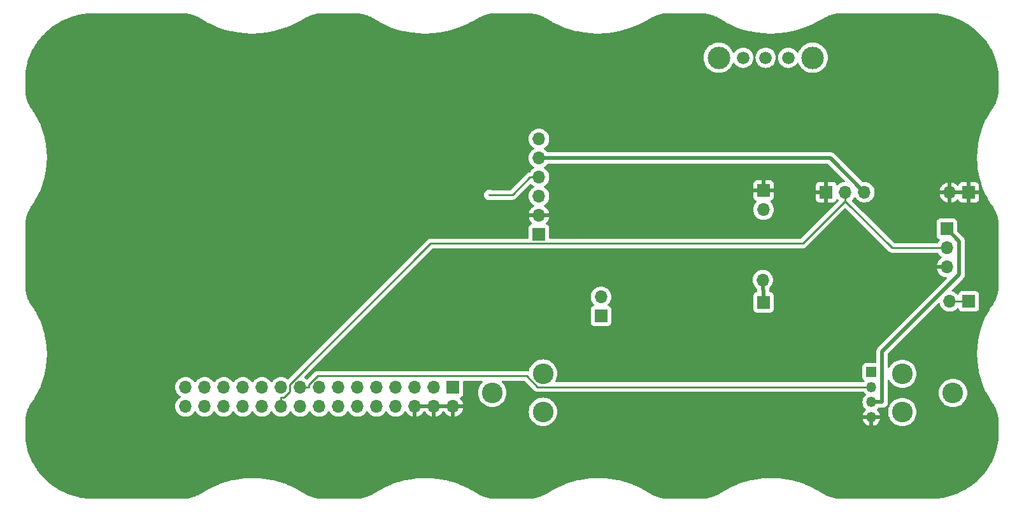
<source format=gtl>
G04 #@! TF.GenerationSoftware,KiCad,Pcbnew,7.99.0-unknown-c07e9c834f~172~ubuntu22.04.1*
G04 #@! TF.CreationDate,2023-09-07T22:01:39+09:00*
G04 #@! TF.ProjectId,bGeigieZen V3.0.0,62476569-6769-4655-9a65-6e2056332e30,V2.1.2*
G04 #@! TF.SameCoordinates,Original*
G04 #@! TF.FileFunction,Copper,L1,Top*
G04 #@! TF.FilePolarity,Positive*
%FSLAX46Y46*%
G04 Gerber Fmt 4.6, Leading zero omitted, Abs format (unit mm)*
G04 Created by KiCad (PCBNEW 7.99.0-unknown-c07e9c834f~172~ubuntu22.04.1) date 2023-09-07 22:01:39*
%MOMM*%
%LPD*%
G01*
G04 APERTURE LIST*
G04 #@! TA.AperFunction,ComponentPad*
%ADD10R,1.700000X1.700000*%
G04 #@! TD*
G04 #@! TA.AperFunction,ComponentPad*
%ADD11O,1.700000X1.700000*%
G04 #@! TD*
G04 #@! TA.AperFunction,ComponentPad*
%ADD12C,1.676400*%
G04 #@! TD*
G04 #@! TA.AperFunction,ComponentPad*
%ADD13C,3.000000*%
G04 #@! TD*
G04 #@! TA.AperFunction,ComponentPad*
%ADD14R,1.350000X1.350000*%
G04 #@! TD*
G04 #@! TA.AperFunction,ComponentPad*
%ADD15O,1.350000X1.350000*%
G04 #@! TD*
G04 #@! TA.AperFunction,ComponentPad*
%ADD16C,2.743200*%
G04 #@! TD*
G04 #@! TA.AperFunction,ViaPad*
%ADD17C,0.300000*%
G04 #@! TD*
G04 #@! TA.AperFunction,Conductor*
%ADD18C,0.250000*%
G04 #@! TD*
G04 #@! TA.AperFunction,Conductor*
%ADD19C,0.500000*%
G04 #@! TD*
G04 APERTURE END LIST*
D10*
X141452600Y-116407000D03*
D11*
X141452600Y-118947000D03*
X138912600Y-116407000D03*
X138912600Y-118947000D03*
X136372600Y-116407000D03*
X136372600Y-118947000D03*
X133832600Y-116407000D03*
X133832600Y-118947000D03*
X131292600Y-116407000D03*
X131292600Y-118947000D03*
X128752600Y-116407000D03*
X128752600Y-118947000D03*
X126212600Y-116407000D03*
X126212600Y-118947000D03*
X123672600Y-116407000D03*
X123672600Y-118947000D03*
X121132600Y-116407000D03*
X121132600Y-118947000D03*
X118592600Y-116407000D03*
X118592600Y-118947000D03*
X116052600Y-116407000D03*
X116052600Y-118947000D03*
X113512600Y-116407000D03*
X113512600Y-118947000D03*
X110972600Y-116407000D03*
X110972600Y-118947000D03*
X108432600Y-116407000D03*
X108432600Y-118947000D03*
X105892600Y-116407000D03*
X105892600Y-118947000D03*
D10*
X210033000Y-90499000D03*
D11*
X207493000Y-90499000D03*
D10*
X152882600Y-96087000D03*
D11*
X152882600Y-93547000D03*
X152882600Y-91007000D03*
X152882600Y-88467000D03*
X152882600Y-85927000D03*
X152882600Y-83387000D03*
D12*
X186029600Y-72592000D03*
X183029600Y-72592000D03*
X180029600Y-72592000D03*
D13*
X189279600Y-72592000D03*
X176779600Y-72592000D03*
D10*
X210037600Y-104977000D03*
D11*
X207497600Y-104977000D03*
D10*
X161121600Y-106925000D03*
D11*
X161121600Y-104385000D03*
D10*
X191067600Y-90470000D03*
D11*
X193607600Y-90470000D03*
X196147600Y-90470000D03*
D10*
X207108000Y-95330000D03*
D11*
X207108000Y-97870000D03*
X207108000Y-100410000D03*
D10*
X182727600Y-105104000D03*
D11*
X182632043Y-102138500D03*
D14*
X197078600Y-114375000D03*
D15*
X197078600Y-116375000D03*
X197078600Y-118375000D03*
X197078600Y-120375000D03*
D10*
X182727600Y-90245000D03*
D11*
X182727600Y-92785000D03*
D16*
X207925600Y-117150000D03*
X153417600Y-119670000D03*
X153417600Y-114590000D03*
X146669600Y-117130000D03*
X201177600Y-114610000D03*
X201177600Y-119690000D03*
D17*
X146285000Y-90835200D03*
D18*
X151706000Y-88467000D02*
X149338000Y-90835200D01*
X152882600Y-88467000D02*
X151706000Y-88467000D01*
X149338000Y-90835200D02*
X146285000Y-90835200D01*
X152883000Y-88467000D02*
X152882600Y-88467000D01*
D19*
X152883000Y-85927000D02*
X152882600Y-85927000D01*
X196148000Y-90469800D02*
X191605000Y-85927000D01*
X208744000Y-101400000D02*
X208744000Y-96966400D01*
X197079000Y-118375000D02*
X197078600Y-118375000D01*
X196148000Y-90470000D02*
X196148000Y-90469900D01*
X196148000Y-90469900D02*
X196148000Y-90469800D01*
X198505000Y-111639000D02*
X208744000Y-101400000D01*
X196147700Y-90469900D02*
X196147600Y-90470000D01*
X191605000Y-85927000D02*
X152883000Y-85927000D01*
X208744000Y-96966400D02*
X207108000Y-95330000D01*
X197079000Y-118375000D02*
X198505000Y-118375000D01*
X198505000Y-118375000D02*
X198505000Y-111639000D01*
X196148000Y-90469900D02*
X196147700Y-90469900D01*
X182632000Y-103407000D02*
X182728000Y-103502000D01*
X182632000Y-102138000D02*
X182632000Y-102138500D01*
X182728000Y-103502000D02*
X182728000Y-104303000D01*
X182632000Y-102138500D02*
X182632000Y-103407000D01*
D18*
X207108000Y-97870000D02*
X199831000Y-97870000D01*
X193607600Y-90763700D02*
X193607600Y-90470000D01*
X118593000Y-118358000D02*
X118593000Y-118652500D01*
X118960000Y-117770000D02*
X118593000Y-117770000D01*
X193608000Y-90764100D02*
X193608000Y-90470000D01*
X119769000Y-116961000D02*
X118960000Y-117770000D01*
X138494000Y-97295500D02*
X119769000Y-116020000D01*
X193608000Y-91352100D02*
X193608000Y-91058300D01*
X187959000Y-97295500D02*
X138494000Y-97295500D01*
X193608000Y-91352100D02*
X193608000Y-91058300D01*
X118593000Y-117770000D02*
X118593000Y-118064000D01*
X199831000Y-97870000D02*
X193608000Y-91646700D01*
X118593000Y-118064000D02*
X118593000Y-118358000D01*
X193608000Y-90764100D02*
X193607600Y-90763700D01*
X193608000Y-91352500D02*
X193608000Y-91352100D01*
X118593000Y-118064000D02*
X118593000Y-118358000D01*
X118592600Y-118652900D02*
X118592600Y-118947000D01*
X193608000Y-91646700D02*
X187959000Y-97295500D01*
X119769000Y-116020000D02*
X119769000Y-116961000D01*
X118593000Y-118652500D02*
X118593000Y-118947000D01*
X193608000Y-91352500D02*
X193608000Y-91352100D01*
X118593000Y-118652500D02*
X118592600Y-118652900D01*
X193608000Y-91646700D02*
X193608000Y-91352500D01*
X193608000Y-91058300D02*
X193608000Y-90764100D01*
X122309000Y-116407000D02*
X122309000Y-116039000D01*
X121133000Y-116407000D02*
X121132600Y-116407000D01*
X123434000Y-114914000D02*
X151202000Y-114914000D01*
X151202000Y-114914000D02*
X152663000Y-116375000D01*
X152663000Y-116375000D02*
X197078600Y-116375000D01*
X121133000Y-116407000D02*
X122309000Y-116407000D01*
X122309000Y-116039000D02*
X123434000Y-114914000D01*
X197078600Y-116375000D02*
X197079000Y-116375000D01*
X207498000Y-104977000D02*
X210037600Y-104977000D01*
X207498000Y-104977000D02*
X207497600Y-104977000D01*
X210037600Y-104977000D02*
X210038000Y-104977000D01*
G04 #@! TA.AperFunction,Conductor*
G36*
X138453107Y-118737156D02*
G01*
X138412600Y-118875111D01*
X138412600Y-119018889D01*
X138453107Y-119156844D01*
X138481484Y-119201000D01*
X136803716Y-119201000D01*
X136832093Y-119156844D01*
X136872600Y-119018889D01*
X136872600Y-118875111D01*
X136832093Y-118737156D01*
X136803716Y-118693000D01*
X138481484Y-118693000D01*
X138453107Y-118737156D01*
G37*
G04 #@! TD.AperFunction*
G04 #@! TA.AperFunction,Conductor*
G36*
X140993107Y-118737156D02*
G01*
X140952600Y-118875111D01*
X140952600Y-119018889D01*
X140993107Y-119156844D01*
X141021484Y-119201000D01*
X139343716Y-119201000D01*
X139372093Y-119156844D01*
X139412600Y-119018889D01*
X139412600Y-118875111D01*
X139372093Y-118737156D01*
X139343716Y-118693000D01*
X141021484Y-118693000D01*
X140993107Y-118737156D01*
G37*
G04 #@! TD.AperFunction*
G04 #@! TA.AperFunction,Conductor*
G36*
X193652012Y-92602742D02*
G01*
X193697074Y-92631703D01*
X199323754Y-98258654D01*
X199333721Y-98271096D01*
X199333947Y-98270910D01*
X199338999Y-98277017D01*
X199390095Y-98324999D01*
X199411207Y-98346113D01*
X199411215Y-98346120D01*
X199411219Y-98346124D01*
X199411223Y-98346127D01*
X199416759Y-98350422D01*
X199421273Y-98354277D01*
X199455679Y-98386586D01*
X199455682Y-98386588D01*
X199455684Y-98386589D01*
X199473421Y-98396340D01*
X199489949Y-98407197D01*
X199505946Y-98419606D01*
X199549270Y-98438354D01*
X199554583Y-98440958D01*
X199595940Y-98463695D01*
X199615554Y-98468730D01*
X199634248Y-98475131D01*
X199652840Y-98483177D01*
X199699458Y-98490560D01*
X199705255Y-98491761D01*
X199750970Y-98503500D01*
X199771219Y-98503500D01*
X199790933Y-98505051D01*
X199798179Y-98506199D01*
X199810926Y-98508219D01*
X199810927Y-98508219D01*
X199857903Y-98503780D01*
X199863833Y-98503500D01*
X205830962Y-98503500D01*
X205899083Y-98523502D01*
X205936445Y-98560585D01*
X206032275Y-98707265D01*
X206032279Y-98707270D01*
X206184762Y-98872908D01*
X206230500Y-98908507D01*
X206362424Y-99011189D01*
X206396205Y-99029470D01*
X206446596Y-99079482D01*
X206461949Y-99148799D01*
X206437389Y-99215412D01*
X206396209Y-99251096D01*
X206362704Y-99269228D01*
X206362698Y-99269232D01*
X206185097Y-99407465D01*
X206032674Y-99573041D01*
X205909580Y-99761451D01*
X205819179Y-99967543D01*
X205819176Y-99967550D01*
X205771455Y-100155999D01*
X205771456Y-100156000D01*
X206676884Y-100156000D01*
X206648507Y-100200156D01*
X206608000Y-100338111D01*
X206608000Y-100481889D01*
X206648507Y-100619844D01*
X206676884Y-100664000D01*
X205771455Y-100664000D01*
X205819176Y-100852449D01*
X205819179Y-100852456D01*
X205909580Y-101058548D01*
X206032674Y-101246958D01*
X206185097Y-101412534D01*
X206362698Y-101550767D01*
X206362699Y-101550768D01*
X206560628Y-101657882D01*
X206560630Y-101657883D01*
X206773483Y-101730955D01*
X206773490Y-101730957D01*
X206995477Y-101768000D01*
X206999128Y-101768000D01*
X207000566Y-101768422D01*
X207000670Y-101768431D01*
X207000668Y-101768452D01*
X207067249Y-101788002D01*
X207113742Y-101841658D01*
X207123846Y-101911932D01*
X207094352Y-101976512D01*
X207088223Y-101983095D01*
X198014225Y-111057092D01*
X198000376Y-111069062D01*
X197980943Y-111083530D01*
X197947007Y-111123971D01*
X197943300Y-111128017D01*
X197937421Y-111133897D01*
X197937412Y-111133907D01*
X197916863Y-111159896D01*
X197866965Y-111219364D01*
X197862935Y-111225491D01*
X197862880Y-111225455D01*
X197858825Y-111231820D01*
X197858882Y-111231855D01*
X197855028Y-111238101D01*
X197822220Y-111308458D01*
X197787391Y-111377812D01*
X197784882Y-111384707D01*
X197784820Y-111384684D01*
X197782343Y-111391810D01*
X197782404Y-111391831D01*
X197780097Y-111398790D01*
X197764392Y-111474849D01*
X197746500Y-111550345D01*
X197745648Y-111557634D01*
X197745581Y-111557626D01*
X197744814Y-111565126D01*
X197744881Y-111565132D01*
X197744241Y-111572442D01*
X197746500Y-111650079D01*
X197746500Y-113065500D01*
X197726498Y-113133621D01*
X197672842Y-113180114D01*
X197620500Y-113191500D01*
X196354950Y-113191500D01*
X196294403Y-113198009D01*
X196294395Y-113198011D01*
X196157397Y-113249110D01*
X196157392Y-113249112D01*
X196040338Y-113336738D01*
X195952712Y-113453792D01*
X195952710Y-113453797D01*
X195901611Y-113590795D01*
X195901609Y-113590803D01*
X195895100Y-113651350D01*
X195895100Y-115098649D01*
X195901609Y-115159196D01*
X195901611Y-115159204D01*
X195952710Y-115296202D01*
X195952712Y-115296207D01*
X196040338Y-115413261D01*
X196118871Y-115472050D01*
X196161418Y-115528886D01*
X196166482Y-115599702D01*
X196143914Y-115648848D01*
X196111756Y-115691431D01*
X196054746Y-115733739D01*
X196011207Y-115741500D01*
X155143322Y-115741500D01*
X155075201Y-115721498D01*
X155028708Y-115667842D01*
X155018604Y-115597568D01*
X155032735Y-115555114D01*
X155062344Y-115500889D01*
X155132168Y-115373017D01*
X155226151Y-115121039D01*
X155283317Y-114858250D01*
X155302503Y-114590000D01*
X155283317Y-114321750D01*
X155226151Y-114058961D01*
X155132168Y-113806983D01*
X155132163Y-113806973D01*
X155003287Y-113570954D01*
X155003282Y-113570948D01*
X155003281Y-113570945D01*
X154842115Y-113355651D01*
X154842111Y-113355647D01*
X154842109Y-113355644D01*
X154651955Y-113165490D01*
X154651951Y-113165487D01*
X154651949Y-113165485D01*
X154436655Y-113004319D01*
X154436652Y-113004317D01*
X154436645Y-113004312D01*
X154200626Y-112875436D01*
X154200616Y-112875431D01*
X153948639Y-112781449D01*
X153685846Y-112724282D01*
X153417600Y-112705097D01*
X153149353Y-112724282D01*
X152886560Y-112781449D01*
X152634583Y-112875431D01*
X152634573Y-112875436D01*
X152398554Y-113004312D01*
X152183244Y-113165490D01*
X151993090Y-113355644D01*
X151831912Y-113570954D01*
X151703036Y-113806973D01*
X151703031Y-113806983D01*
X151609047Y-114058966D01*
X151573902Y-114220525D01*
X151539877Y-114282837D01*
X151477565Y-114316862D01*
X151419437Y-114315780D01*
X151417428Y-114315264D01*
X151398736Y-114308864D01*
X151380145Y-114300819D01*
X151380143Y-114300818D01*
X151380142Y-114300818D01*
X151333542Y-114293437D01*
X151327729Y-114292233D01*
X151282030Y-114280500D01*
X151261776Y-114280500D01*
X151242066Y-114278949D01*
X151222057Y-114275780D01*
X151222056Y-114275780D01*
X151175083Y-114280220D01*
X151169150Y-114280500D01*
X123517853Y-114280500D01*
X123502011Y-114278750D01*
X123501984Y-114279044D01*
X123494092Y-114278298D01*
X123494091Y-114278298D01*
X123424042Y-114280500D01*
X123394144Y-114280500D01*
X123394140Y-114280500D01*
X123394130Y-114280501D01*
X123387179Y-114281379D01*
X123381267Y-114281844D01*
X123334112Y-114283326D01*
X123334110Y-114283327D01*
X123314655Y-114288978D01*
X123295302Y-114292986D01*
X123275210Y-114295524D01*
X123275202Y-114295526D01*
X123231336Y-114312893D01*
X123225721Y-114314816D01*
X123180407Y-114327982D01*
X123180402Y-114327984D01*
X123162963Y-114338297D01*
X123145218Y-114346990D01*
X123126380Y-114354449D01*
X123112704Y-114364386D01*
X123088212Y-114382180D01*
X123083261Y-114385433D01*
X123042640Y-114409455D01*
X123028307Y-114423787D01*
X123013281Y-114436620D01*
X122996895Y-114448526D01*
X122996894Y-114448526D01*
X122966818Y-114484880D01*
X122962823Y-114489271D01*
X122130110Y-115321983D01*
X122067798Y-115356009D01*
X121996983Y-115350944D01*
X121963626Y-115332321D01*
X121878176Y-115265811D01*
X121728932Y-115185044D01*
X121678542Y-115135032D01*
X121663190Y-115065715D01*
X121687751Y-114999102D01*
X121699804Y-114985138D01*
X132300225Y-104385000D01*
X159758444Y-104385000D01*
X159776804Y-104606573D01*
X159777037Y-104609375D01*
X159832302Y-104827612D01*
X159832303Y-104827613D01*
X159832304Y-104827616D01*
X159909272Y-105003086D01*
X159922741Y-105033793D01*
X160045875Y-105222265D01*
X160045878Y-105222268D01*
X160069819Y-105248275D01*
X160189075Y-105377820D01*
X160220496Y-105441485D01*
X160212509Y-105512031D01*
X160167651Y-105567060D01*
X160140407Y-105581213D01*
X160025397Y-105624110D01*
X160025392Y-105624112D01*
X159908338Y-105711738D01*
X159820712Y-105828792D01*
X159820710Y-105828797D01*
X159769611Y-105965795D01*
X159769609Y-105965803D01*
X159763100Y-106026350D01*
X159763100Y-107823649D01*
X159769609Y-107884196D01*
X159769611Y-107884204D01*
X159820710Y-108021202D01*
X159820712Y-108021207D01*
X159908338Y-108138261D01*
X160025392Y-108225887D01*
X160025394Y-108225888D01*
X160025396Y-108225889D01*
X160084475Y-108247924D01*
X160162395Y-108276988D01*
X160162403Y-108276990D01*
X160222950Y-108283499D01*
X160222955Y-108283499D01*
X160222962Y-108283500D01*
X160222968Y-108283500D01*
X162020232Y-108283500D01*
X162020238Y-108283500D01*
X162020245Y-108283499D01*
X162020249Y-108283499D01*
X162080796Y-108276990D01*
X162080799Y-108276989D01*
X162080801Y-108276989D01*
X162217804Y-108225889D01*
X162334861Y-108138261D01*
X162422489Y-108021204D01*
X162473589Y-107884201D01*
X162480100Y-107823638D01*
X162480100Y-106026362D01*
X162477551Y-106002649D01*
X162473590Y-105965803D01*
X162473588Y-105965795D01*
X162422489Y-105828797D01*
X162422487Y-105828792D01*
X162334861Y-105711738D01*
X162217807Y-105624112D01*
X162217803Y-105624110D01*
X162102792Y-105581213D01*
X162045956Y-105538667D01*
X162021146Y-105472146D01*
X162036238Y-105402772D01*
X162054125Y-105377820D01*
X162197314Y-105222277D01*
X162197324Y-105222265D01*
X162210977Y-105201368D01*
X162320460Y-105033791D01*
X162410896Y-104827616D01*
X162466164Y-104609368D01*
X162484756Y-104385000D01*
X162466164Y-104160632D01*
X162442101Y-104065611D01*
X162410897Y-103942387D01*
X162410896Y-103942386D01*
X162410896Y-103942384D01*
X162320460Y-103736209D01*
X162281196Y-103676111D01*
X162197324Y-103547734D01*
X162197320Y-103547729D01*
X162044837Y-103382091D01*
X161900304Y-103269596D01*
X161867176Y-103243811D01*
X161669174Y-103136658D01*
X161669172Y-103136657D01*
X161669171Y-103136656D01*
X161456239Y-103063557D01*
X161456230Y-103063555D01*
X161412076Y-103056187D01*
X161234169Y-103026500D01*
X161009031Y-103026500D01*
X160860811Y-103051233D01*
X160786969Y-103063555D01*
X160786960Y-103063557D01*
X160574028Y-103136656D01*
X160574026Y-103136658D01*
X160453937Y-103201647D01*
X160376026Y-103243810D01*
X160376024Y-103243811D01*
X160198362Y-103382091D01*
X160045879Y-103547729D01*
X160045875Y-103547734D01*
X159922741Y-103736206D01*
X159832303Y-103942386D01*
X159832302Y-103942387D01*
X159777037Y-104160624D01*
X159777036Y-104160630D01*
X159777036Y-104160632D01*
X159758444Y-104385000D01*
X132300225Y-104385000D01*
X134546785Y-102138500D01*
X181268887Y-102138500D01*
X181287480Y-102362875D01*
X181342745Y-102581112D01*
X181342746Y-102581113D01*
X181433184Y-102787293D01*
X181556318Y-102975765D01*
X181556322Y-102975770D01*
X181708805Y-103141408D01*
X181751983Y-103175015D01*
X181824892Y-103231762D01*
X181866362Y-103289386D01*
X181873500Y-103331193D01*
X181873500Y-103349302D01*
X181872881Y-103358116D01*
X181868552Y-103388787D01*
X181873230Y-103439203D01*
X181873500Y-103445025D01*
X181873500Y-103451180D01*
X181877380Y-103484382D01*
X181877577Y-103486068D01*
X181884932Y-103565340D01*
X181886454Y-103572522D01*
X181886130Y-103572590D01*
X181886907Y-103576052D01*
X181887230Y-103575976D01*
X181888920Y-103583106D01*
X181888921Y-103583113D01*
X181888923Y-103583119D01*
X181890614Y-103590252D01*
X181889067Y-103590618D01*
X181893018Y-103652869D01*
X181858494Y-103714906D01*
X181795911Y-103748430D01*
X181783589Y-103750377D01*
X181768401Y-103752010D01*
X181768395Y-103752011D01*
X181631397Y-103803110D01*
X181631392Y-103803112D01*
X181514338Y-103890738D01*
X181426712Y-104007792D01*
X181426710Y-104007797D01*
X181375611Y-104144795D01*
X181375609Y-104144803D01*
X181369100Y-104205350D01*
X181369100Y-106002649D01*
X181375609Y-106063196D01*
X181375611Y-106063204D01*
X181426710Y-106200202D01*
X181426712Y-106200207D01*
X181514338Y-106317261D01*
X181631392Y-106404887D01*
X181631394Y-106404888D01*
X181631396Y-106404889D01*
X181690475Y-106426924D01*
X181768395Y-106455988D01*
X181768403Y-106455990D01*
X181828950Y-106462499D01*
X181828955Y-106462499D01*
X181828962Y-106462500D01*
X181828968Y-106462500D01*
X183626232Y-106462500D01*
X183626238Y-106462500D01*
X183626245Y-106462499D01*
X183626249Y-106462499D01*
X183686796Y-106455990D01*
X183686799Y-106455989D01*
X183686801Y-106455989D01*
X183823804Y-106404889D01*
X183940861Y-106317261D01*
X184028489Y-106200204D01*
X184079589Y-106063201D01*
X184083550Y-106026362D01*
X184086099Y-106002649D01*
X184086100Y-106002632D01*
X184086100Y-104205367D01*
X184086099Y-104205350D01*
X184079590Y-104144803D01*
X184079588Y-104144795D01*
X184046428Y-104055893D01*
X184028489Y-104007796D01*
X184028488Y-104007794D01*
X184028487Y-104007792D01*
X183940861Y-103890738D01*
X183823807Y-103803112D01*
X183823802Y-103803110D01*
X183686804Y-103752011D01*
X183686796Y-103752009D01*
X183626249Y-103745500D01*
X183626238Y-103745500D01*
X183612500Y-103745500D01*
X183544379Y-103725498D01*
X183497886Y-103671842D01*
X183486500Y-103619500D01*
X183486500Y-103559690D01*
X183487118Y-103550882D01*
X183491447Y-103520214D01*
X183488615Y-103489689D01*
X183486770Y-103469796D01*
X183486500Y-103463973D01*
X183486500Y-103457820D01*
X183485724Y-103451180D01*
X183482422Y-103422931D01*
X183475068Y-103343660D01*
X183475064Y-103343650D01*
X183473546Y-103336480D01*
X183473875Y-103336410D01*
X183473098Y-103332950D01*
X183472771Y-103333028D01*
X183471078Y-103325884D01*
X183468716Y-103319396D01*
X183464210Y-103248543D01*
X183498725Y-103186501D01*
X183509713Y-103176873D01*
X183555283Y-103141406D01*
X183707765Y-102975768D01*
X183830903Y-102787291D01*
X183921339Y-102581116D01*
X183976607Y-102362868D01*
X183995199Y-102138500D01*
X183976607Y-101914132D01*
X183947934Y-101800905D01*
X183921340Y-101695887D01*
X183921339Y-101695886D01*
X183921339Y-101695884D01*
X183830903Y-101489709D01*
X183780482Y-101412534D01*
X183707767Y-101301234D01*
X183707763Y-101301229D01*
X183555280Y-101135591D01*
X183456295Y-101058548D01*
X183377619Y-100997311D01*
X183179617Y-100890158D01*
X183179615Y-100890157D01*
X183179614Y-100890156D01*
X182966682Y-100817057D01*
X182966673Y-100817055D01*
X182922519Y-100809687D01*
X182744612Y-100780000D01*
X182519474Y-100780000D01*
X182371254Y-100804733D01*
X182297412Y-100817055D01*
X182297403Y-100817057D01*
X182084471Y-100890156D01*
X182084469Y-100890158D01*
X181886469Y-100997310D01*
X181886467Y-100997311D01*
X181708805Y-101135591D01*
X181556322Y-101301229D01*
X181556318Y-101301234D01*
X181433184Y-101489706D01*
X181342746Y-101695886D01*
X181342745Y-101695887D01*
X181287480Y-101914124D01*
X181287479Y-101914130D01*
X181287479Y-101914132D01*
X181268887Y-102138500D01*
X134546785Y-102138500D01*
X138719495Y-97965902D01*
X138781807Y-97931879D01*
X138808589Y-97929000D01*
X187875138Y-97929000D01*
X187890975Y-97930748D01*
X187891003Y-97930455D01*
X187898895Y-97931201D01*
X187898896Y-97931200D01*
X187898897Y-97931201D01*
X187968956Y-97929000D01*
X187998856Y-97929000D01*
X188005816Y-97928120D01*
X188011708Y-97927656D01*
X188058878Y-97926175D01*
X188078332Y-97920523D01*
X188097686Y-97916514D01*
X188117797Y-97913974D01*
X188161670Y-97896602D01*
X188167262Y-97894688D01*
X188212583Y-97881523D01*
X188230030Y-97871205D01*
X188247774Y-97862512D01*
X188266617Y-97855052D01*
X188304794Y-97827313D01*
X188309722Y-97824076D01*
X188350353Y-97800049D01*
X188364683Y-97785718D01*
X188379712Y-97772882D01*
X188396107Y-97760972D01*
X188426177Y-97724623D01*
X188430175Y-97720229D01*
X188913921Y-97236500D01*
X193518884Y-92631698D01*
X193581196Y-92597676D01*
X193652012Y-92602742D01*
G37*
G04 #@! TD.AperFunction*
G04 #@! TA.AperFunction,Conductor*
G36*
X191306762Y-86705502D02*
G01*
X191327732Y-86722401D01*
X193492426Y-88887000D01*
X193512105Y-88906678D01*
X193546132Y-88968989D01*
X193541069Y-89039805D01*
X193498523Y-89096642D01*
X193443751Y-89120057D01*
X193272967Y-89148555D01*
X193272960Y-89148557D01*
X193060028Y-89221656D01*
X193060026Y-89221658D01*
X192901234Y-89307592D01*
X192862026Y-89328810D01*
X192862024Y-89328811D01*
X192684359Y-89467094D01*
X192622974Y-89533775D01*
X192562121Y-89570346D01*
X192491157Y-89568211D01*
X192432612Y-89528049D01*
X192412218Y-89492470D01*
X192368043Y-89374033D01*
X192280504Y-89257095D01*
X192163565Y-89169555D01*
X192026693Y-89118505D01*
X191966197Y-89112000D01*
X191321600Y-89112000D01*
X191321600Y-90036325D01*
X191209915Y-89985320D01*
X191103363Y-89970000D01*
X191031837Y-89970000D01*
X190925285Y-89985320D01*
X190813600Y-90036325D01*
X190813600Y-89112000D01*
X190169002Y-89112000D01*
X190108506Y-89118505D01*
X189971635Y-89169555D01*
X189971634Y-89169555D01*
X189854695Y-89257095D01*
X189767155Y-89374034D01*
X189767155Y-89374035D01*
X189716105Y-89510906D01*
X189709600Y-89571402D01*
X189709600Y-90216000D01*
X190636484Y-90216000D01*
X190608107Y-90260156D01*
X190567600Y-90398111D01*
X190567600Y-90541889D01*
X190608107Y-90679844D01*
X190636484Y-90724000D01*
X189709600Y-90724000D01*
X189709600Y-91368597D01*
X189716105Y-91429093D01*
X189767155Y-91565964D01*
X189767155Y-91565965D01*
X189854695Y-91682904D01*
X189971634Y-91770444D01*
X190108506Y-91821494D01*
X190169002Y-91827999D01*
X190169015Y-91828000D01*
X190813600Y-91828000D01*
X190813600Y-90903674D01*
X190925285Y-90954680D01*
X191031837Y-90970000D01*
X191103363Y-90970000D01*
X191209915Y-90954680D01*
X191321600Y-90903674D01*
X191321600Y-91828000D01*
X191966185Y-91828000D01*
X191966197Y-91827999D01*
X192026693Y-91821494D01*
X192163564Y-91770444D01*
X192163565Y-91770444D01*
X192280504Y-91682904D01*
X192368044Y-91565965D01*
X192412218Y-91447530D01*
X192454765Y-91390694D01*
X192521285Y-91365883D01*
X192590659Y-91380974D01*
X192622972Y-91406222D01*
X192682098Y-91470449D01*
X192684363Y-91472909D01*
X192685080Y-91473467D01*
X192685298Y-91473770D01*
X192688200Y-91476442D01*
X192687650Y-91477038D01*
X192726551Y-91531093D01*
X192730283Y-91601991D01*
X192696782Y-91661995D01*
X187733507Y-96625097D01*
X187671194Y-96659121D01*
X187644413Y-96662000D01*
X154367100Y-96662000D01*
X154298979Y-96641998D01*
X154252486Y-96588342D01*
X154241100Y-96536000D01*
X154241100Y-95188367D01*
X154241099Y-95188350D01*
X154234590Y-95127803D01*
X154234588Y-95127795D01*
X154183489Y-94990797D01*
X154183487Y-94990792D01*
X154095861Y-94873738D01*
X153978807Y-94786112D01*
X153978804Y-94786111D01*
X153863286Y-94743024D01*
X153806451Y-94700477D01*
X153781641Y-94633957D01*
X153796733Y-94564583D01*
X153814619Y-94539632D01*
X153957923Y-94383961D01*
X154081019Y-94195548D01*
X154171420Y-93989456D01*
X154171423Y-93989449D01*
X154219144Y-93801000D01*
X153313716Y-93801000D01*
X153342093Y-93756844D01*
X153382600Y-93618889D01*
X153382600Y-93475111D01*
X153342093Y-93337156D01*
X153313716Y-93293000D01*
X154219144Y-93293000D01*
X154219144Y-93292999D01*
X154171423Y-93104550D01*
X154171420Y-93104543D01*
X154081019Y-92898451D01*
X154006898Y-92785000D01*
X181364444Y-92785000D01*
X181378928Y-92959797D01*
X181383037Y-93009375D01*
X181438302Y-93227612D01*
X181438303Y-93227613D01*
X181438304Y-93227616D01*
X181498385Y-93364587D01*
X181528741Y-93433793D01*
X181651875Y-93622265D01*
X181651879Y-93622270D01*
X181804362Y-93787908D01*
X181821183Y-93801000D01*
X181982024Y-93926189D01*
X182180026Y-94033342D01*
X182180027Y-94033342D01*
X182180028Y-94033343D01*
X182243402Y-94055099D01*
X182392965Y-94106444D01*
X182615031Y-94143500D01*
X182615035Y-94143500D01*
X182840165Y-94143500D01*
X182840169Y-94143500D01*
X183062235Y-94106444D01*
X183275174Y-94033342D01*
X183473176Y-93926189D01*
X183650840Y-93787906D01*
X183803322Y-93622268D01*
X183926460Y-93433791D01*
X184016896Y-93227616D01*
X184072164Y-93009368D01*
X184090756Y-92785000D01*
X184072164Y-92560632D01*
X184046407Y-92458920D01*
X184016897Y-92342387D01*
X184016896Y-92342386D01*
X184016896Y-92342384D01*
X183926460Y-92136209D01*
X183900293Y-92096157D01*
X183803324Y-91947734D01*
X183803314Y-91947722D01*
X183659759Y-91791782D01*
X183628337Y-91728117D01*
X183636323Y-91657571D01*
X183681182Y-91602542D01*
X183708427Y-91588388D01*
X183823565Y-91545444D01*
X183940504Y-91457904D01*
X184028044Y-91340965D01*
X184028044Y-91340964D01*
X184079094Y-91204093D01*
X184085599Y-91143597D01*
X184085600Y-91143585D01*
X184085600Y-90499000D01*
X183158716Y-90499000D01*
X183187093Y-90454844D01*
X183227600Y-90316889D01*
X183227600Y-90173111D01*
X183187093Y-90035156D01*
X183158716Y-89991000D01*
X184085600Y-89991000D01*
X184085600Y-89346414D01*
X184085599Y-89346402D01*
X184079094Y-89285906D01*
X184028044Y-89149035D01*
X184028044Y-89149034D01*
X183940504Y-89032095D01*
X183823565Y-88944555D01*
X183686693Y-88893505D01*
X183626197Y-88887000D01*
X182981600Y-88887000D01*
X182981600Y-89811325D01*
X182869915Y-89760320D01*
X182763363Y-89745000D01*
X182691837Y-89745000D01*
X182585285Y-89760320D01*
X182473600Y-89811325D01*
X182473600Y-88887000D01*
X181829002Y-88887000D01*
X181768506Y-88893505D01*
X181631635Y-88944555D01*
X181631634Y-88944555D01*
X181514695Y-89032095D01*
X181427155Y-89149034D01*
X181427155Y-89149035D01*
X181376105Y-89285906D01*
X181369600Y-89346402D01*
X181369600Y-89991000D01*
X182296484Y-89991000D01*
X182268107Y-90035156D01*
X182227600Y-90173111D01*
X182227600Y-90316889D01*
X182268107Y-90454844D01*
X182296484Y-90499000D01*
X181369600Y-90499000D01*
X181369600Y-91143597D01*
X181376105Y-91204093D01*
X181427155Y-91340964D01*
X181427155Y-91340965D01*
X181514695Y-91457904D01*
X181631634Y-91545444D01*
X181746772Y-91588388D01*
X181803608Y-91630935D01*
X181828419Y-91697455D01*
X181813328Y-91766829D01*
X181795441Y-91791782D01*
X181651880Y-91947729D01*
X181651875Y-91947734D01*
X181528741Y-92136206D01*
X181438303Y-92342386D01*
X181438302Y-92342387D01*
X181383037Y-92560624D01*
X181383036Y-92560630D01*
X181383036Y-92560632D01*
X181364444Y-92785000D01*
X154006898Y-92785000D01*
X153957925Y-92710041D01*
X153805502Y-92544465D01*
X153627901Y-92406232D01*
X153627900Y-92406231D01*
X153594391Y-92388097D01*
X153544001Y-92338083D01*
X153528650Y-92268766D01*
X153553212Y-92202153D01*
X153594390Y-92166472D01*
X153628176Y-92148189D01*
X153805840Y-92009906D01*
X153958322Y-91844268D01*
X154081460Y-91655791D01*
X154171896Y-91449616D01*
X154227164Y-91231368D01*
X154245756Y-91007000D01*
X154227164Y-90782632D01*
X154204814Y-90694375D01*
X154171897Y-90564387D01*
X154171896Y-90564386D01*
X154171896Y-90564384D01*
X154081460Y-90358209D01*
X154054464Y-90316889D01*
X153958324Y-90169734D01*
X153958320Y-90169729D01*
X153805837Y-90004091D01*
X153690348Y-89914202D01*
X153628176Y-89865811D01*
X153594919Y-89847813D01*
X153544529Y-89797802D01*
X153529176Y-89728485D01*
X153553736Y-89661872D01*
X153594920Y-89626186D01*
X153628176Y-89608189D01*
X153805840Y-89469906D01*
X153958322Y-89304268D01*
X154081460Y-89115791D01*
X154171896Y-88909616D01*
X154227164Y-88691368D01*
X154245756Y-88467000D01*
X154227164Y-88242632D01*
X154176429Y-88042284D01*
X154171897Y-88024387D01*
X154171896Y-88024386D01*
X154171896Y-88024384D01*
X154081460Y-87818209D01*
X154056013Y-87779259D01*
X153958324Y-87629734D01*
X153958320Y-87629729D01*
X153805837Y-87464091D01*
X153723982Y-87400381D01*
X153628176Y-87325811D01*
X153594919Y-87307813D01*
X153544529Y-87257802D01*
X153529176Y-87188485D01*
X153553736Y-87121872D01*
X153594920Y-87086186D01*
X153628176Y-87068189D01*
X153805840Y-86929906D01*
X153958322Y-86764268D01*
X153972490Y-86742583D01*
X154026495Y-86696495D01*
X154077972Y-86685500D01*
X191238641Y-86685500D01*
X191306762Y-86705502D01*
G37*
G04 #@! TD.AperFunction*
G04 #@! TA.AperFunction,Conductor*
G36*
X209573507Y-90289156D02*
G01*
X209533000Y-90427111D01*
X209533000Y-90570889D01*
X209573507Y-90708844D01*
X209601884Y-90753000D01*
X207924116Y-90753000D01*
X207952493Y-90708844D01*
X207993000Y-90570889D01*
X207993000Y-90427111D01*
X207952493Y-90289156D01*
X207924116Y-90245000D01*
X209601884Y-90245000D01*
X209573507Y-90289156D01*
G37*
G04 #@! TD.AperFunction*
G04 #@! TA.AperFunction,Conductor*
G36*
X105649396Y-66676244D02*
G01*
X105784600Y-66685081D01*
X105796947Y-66685888D01*
X105946263Y-66700295D01*
X106094980Y-66719274D01*
X106242937Y-66742774D01*
X106389999Y-66770744D01*
X106536079Y-66803149D01*
X106681030Y-66839937D01*
X106824682Y-66881056D01*
X106966950Y-66926470D01*
X107107649Y-66976116D01*
X107246691Y-67029963D01*
X107383894Y-67087946D01*
X107519153Y-67150028D01*
X107652357Y-67216172D01*
X107783309Y-67286301D01*
X107911856Y-67360353D01*
X108677573Y-67839441D01*
X108680734Y-67841674D01*
X108685151Y-67844185D01*
X108688689Y-67845760D01*
X109138537Y-68077291D01*
X109484374Y-68255289D01*
X109487632Y-68257210D01*
X109487739Y-68257255D01*
X109492403Y-68259422D01*
X109492510Y-68259477D01*
X109496082Y-68260727D01*
X110321753Y-68604455D01*
X110325081Y-68606077D01*
X110325382Y-68606176D01*
X110330035Y-68607903D01*
X110330356Y-68608036D01*
X110333931Y-68608976D01*
X111184637Y-68887549D01*
X111188028Y-68888891D01*
X111188540Y-68889017D01*
X111193113Y-68890326D01*
X111193628Y-68890494D01*
X111197206Y-68891147D01*
X111848462Y-69051245D01*
X112067988Y-69105211D01*
X112071410Y-69106281D01*
X112072136Y-69106404D01*
X112076654Y-69107341D01*
X112077380Y-69107519D01*
X112080948Y-69107898D01*
X112966892Y-69258099D01*
X112970333Y-69258906D01*
X112971144Y-69258985D01*
X112975656Y-69259586D01*
X112976465Y-69259723D01*
X112979998Y-69259844D01*
X113876181Y-69346824D01*
X113879629Y-69347380D01*
X113880576Y-69347406D01*
X113885001Y-69347680D01*
X113885980Y-69347775D01*
X113889475Y-69347646D01*
X114520944Y-69364732D01*
X114790930Y-69372038D01*
X114794376Y-69372351D01*
X114795414Y-69372308D01*
X114799762Y-69372276D01*
X114800840Y-69372305D01*
X114804284Y-69371938D01*
X115706087Y-69334376D01*
X115709546Y-69334453D01*
X115710620Y-69334335D01*
X115714967Y-69334006D01*
X115716033Y-69333962D01*
X115719428Y-69333365D01*
X115902885Y-69313145D01*
X116616679Y-69234473D01*
X116620124Y-69234316D01*
X116621167Y-69234128D01*
X116625487Y-69233503D01*
X116626558Y-69233385D01*
X116629911Y-69232555D01*
X117517642Y-69072967D01*
X117521078Y-69072573D01*
X117522055Y-69072327D01*
X117526344Y-69071403D01*
X117527394Y-69071214D01*
X117530706Y-69070151D01*
X117818036Y-68997876D01*
X118403965Y-68850492D01*
X118407393Y-68849857D01*
X118408314Y-68849556D01*
X118412573Y-68848326D01*
X118413533Y-68848084D01*
X118416776Y-68846789D01*
X119270625Y-68567685D01*
X119274048Y-68566801D01*
X119274857Y-68566472D01*
X119279095Y-68564918D01*
X119279936Y-68564643D01*
X119283112Y-68563109D01*
X120112655Y-68225165D01*
X120116046Y-68224022D01*
X120116676Y-68223710D01*
X120120936Y-68221791D01*
X120121599Y-68221521D01*
X120124695Y-68219740D01*
X120925003Y-67823568D01*
X120928353Y-67822156D01*
X120928815Y-67821883D01*
X120933028Y-67819597D01*
X120933520Y-67819353D01*
X120936546Y-67817302D01*
X120936550Y-67817300D01*
X121705781Y-67361668D01*
X121709439Y-67359661D01*
X121971999Y-67227014D01*
X122012610Y-67208126D01*
X122242314Y-67101292D01*
X122379464Y-67042359D01*
X122517991Y-66986488D01*
X122657863Y-66934046D01*
X122798995Y-66885416D01*
X122941410Y-66840939D01*
X123085108Y-66800970D01*
X123230044Y-66765876D01*
X123376132Y-66736027D01*
X123523443Y-66711764D01*
X123671929Y-66693450D01*
X123821551Y-66681446D01*
X123972373Y-66676110D01*
X128628905Y-66676110D01*
X128633015Y-66676244D01*
X128780567Y-66685888D01*
X128929883Y-66700295D01*
X129078599Y-66719274D01*
X129152579Y-66731024D01*
X129226558Y-66742774D01*
X129373620Y-66770744D01*
X129519700Y-66803149D01*
X129664651Y-66839937D01*
X129808303Y-66881056D01*
X129910272Y-66913606D01*
X129950571Y-66926470D01*
X130091271Y-66976116D01*
X130230284Y-67029951D01*
X130367516Y-67087946D01*
X130502775Y-67150028D01*
X130635954Y-67216159D01*
X130766932Y-67286301D01*
X130895429Y-67360325D01*
X131323947Y-67628436D01*
X131661188Y-67839438D01*
X131664348Y-67841671D01*
X131668770Y-67844185D01*
X131672308Y-67845760D01*
X132122156Y-68077291D01*
X132467993Y-68255289D01*
X132471251Y-68257210D01*
X132471358Y-68257255D01*
X132476022Y-68259422D01*
X132476129Y-68259477D01*
X132479701Y-68260727D01*
X133305372Y-68604455D01*
X133308700Y-68606077D01*
X133309001Y-68606176D01*
X133313654Y-68607903D01*
X133313975Y-68608036D01*
X133317550Y-68608976D01*
X134168255Y-68887549D01*
X134171646Y-68888891D01*
X134172158Y-68889017D01*
X134176731Y-68890326D01*
X134177246Y-68890494D01*
X134180824Y-68891147D01*
X134832080Y-69051245D01*
X135051606Y-69105211D01*
X135055028Y-69106281D01*
X135055754Y-69106404D01*
X135060272Y-69107341D01*
X135060998Y-69107519D01*
X135064566Y-69107898D01*
X135950510Y-69258099D01*
X135953951Y-69258906D01*
X135954762Y-69258985D01*
X135959274Y-69259586D01*
X135960083Y-69259723D01*
X135963616Y-69259844D01*
X136859798Y-69346824D01*
X136863246Y-69347380D01*
X136864193Y-69347406D01*
X136868618Y-69347680D01*
X136869597Y-69347775D01*
X136873092Y-69347646D01*
X137504561Y-69364732D01*
X137774547Y-69372038D01*
X137777993Y-69372351D01*
X137779031Y-69372308D01*
X137783379Y-69372276D01*
X137784457Y-69372305D01*
X137787901Y-69371938D01*
X138689704Y-69334376D01*
X138693163Y-69334453D01*
X138694237Y-69334335D01*
X138698584Y-69334006D01*
X138699650Y-69333962D01*
X138703045Y-69333365D01*
X138886502Y-69313145D01*
X139600296Y-69234473D01*
X139603741Y-69234316D01*
X139604784Y-69234128D01*
X139609104Y-69233503D01*
X139610175Y-69233385D01*
X139613528Y-69232555D01*
X140501259Y-69072967D01*
X140504695Y-69072573D01*
X140505672Y-69072327D01*
X140509961Y-69071403D01*
X140511011Y-69071214D01*
X140514323Y-69070151D01*
X140994724Y-68949311D01*
X141387581Y-68850492D01*
X141391009Y-68849857D01*
X141391930Y-68849556D01*
X141396189Y-68848326D01*
X141397151Y-68848084D01*
X141400398Y-68846788D01*
X142254243Y-68567685D01*
X142257656Y-68566804D01*
X142258469Y-68566473D01*
X142262703Y-68564920D01*
X142263561Y-68564639D01*
X142266737Y-68563104D01*
X143012179Y-68259422D01*
X143096269Y-68225165D01*
X143099660Y-68224022D01*
X143100290Y-68223710D01*
X143104550Y-68221791D01*
X143105213Y-68221521D01*
X143108309Y-68219740D01*
X143908606Y-67823573D01*
X143911953Y-67822162D01*
X143912420Y-67821886D01*
X143916641Y-67819596D01*
X143917140Y-67819349D01*
X143920159Y-67817302D01*
X144689375Y-67361679D01*
X144693048Y-67359665D01*
X144955615Y-67227014D01*
X145225932Y-67101291D01*
X145363080Y-67042359D01*
X145393845Y-67029951D01*
X145501609Y-66986489D01*
X145641480Y-66934046D01*
X145782613Y-66885416D01*
X145925029Y-66840939D01*
X146068727Y-66800970D01*
X146213661Y-66765876D01*
X146359751Y-66736027D01*
X146507063Y-66711764D01*
X146655548Y-66693450D01*
X146805171Y-66681446D01*
X146955993Y-66676110D01*
X151612525Y-66676110D01*
X151616635Y-66676244D01*
X151751839Y-66685081D01*
X151764186Y-66685888D01*
X151913502Y-66700295D01*
X152062218Y-66719274D01*
X152210176Y-66742774D01*
X152357237Y-66770744D01*
X152503317Y-66803149D01*
X152648268Y-66839937D01*
X152791920Y-66881056D01*
X152934188Y-66926470D01*
X153046756Y-66966190D01*
X153074887Y-66976116D01*
X153213900Y-67029951D01*
X153351132Y-67087946D01*
X153486390Y-67150027D01*
X153619593Y-67216172D01*
X153716279Y-67267951D01*
X153750557Y-67286308D01*
X153879262Y-67360452D01*
X154644816Y-67839438D01*
X154647976Y-67841671D01*
X154652398Y-67844185D01*
X154655936Y-67845760D01*
X155451626Y-68255293D01*
X155454874Y-68257209D01*
X155454966Y-68257247D01*
X155459631Y-68259414D01*
X155459753Y-68259476D01*
X155463328Y-68260728D01*
X156289001Y-68604457D01*
X156292329Y-68606079D01*
X156292630Y-68606178D01*
X156297283Y-68607905D01*
X156297604Y-68608038D01*
X156301179Y-68608978D01*
X156972113Y-68828684D01*
X157151855Y-68887543D01*
X157155256Y-68888890D01*
X157155801Y-68889024D01*
X157160375Y-68890333D01*
X157160907Y-68890507D01*
X157164491Y-68891159D01*
X157766881Y-69039244D01*
X158035236Y-69105214D01*
X158038658Y-69106284D01*
X158039384Y-69106407D01*
X158043902Y-69107344D01*
X158044628Y-69107522D01*
X158048196Y-69107901D01*
X158934143Y-69258104D01*
X158937583Y-69258910D01*
X158938392Y-69258989D01*
X158942904Y-69259590D01*
X158943713Y-69259727D01*
X158947247Y-69259848D01*
X159843427Y-69346829D01*
X159846876Y-69347385D01*
X159847824Y-69347411D01*
X159852249Y-69347685D01*
X159853228Y-69347780D01*
X159856723Y-69347651D01*
X160486413Y-69364690D01*
X160758178Y-69372044D01*
X160761624Y-69372357D01*
X160762662Y-69372314D01*
X160767010Y-69372282D01*
X160768088Y-69372311D01*
X160771532Y-69371944D01*
X161673336Y-69334382D01*
X161676795Y-69334459D01*
X161677869Y-69334341D01*
X161682216Y-69334012D01*
X161683284Y-69333968D01*
X161686679Y-69333371D01*
X162016051Y-69297068D01*
X162583927Y-69234480D01*
X162587373Y-69234322D01*
X162588415Y-69234135D01*
X162592735Y-69233510D01*
X162593806Y-69233392D01*
X162597159Y-69232562D01*
X163484891Y-69072974D01*
X163488327Y-69072580D01*
X163489304Y-69072334D01*
X163493593Y-69071410D01*
X163494639Y-69071222D01*
X163497947Y-69070159D01*
X164371190Y-68850502D01*
X164374623Y-68849869D01*
X164375572Y-68849559D01*
X164379828Y-68848330D01*
X164380757Y-68848096D01*
X164383984Y-68846809D01*
X165237876Y-68567690D01*
X165241289Y-68566809D01*
X165242102Y-68566478D01*
X165246336Y-68564925D01*
X165247194Y-68564644D01*
X165250370Y-68563109D01*
X165995690Y-68259477D01*
X166079898Y-68225172D01*
X166083281Y-68224032D01*
X166083955Y-68223699D01*
X166088152Y-68221809D01*
X166088855Y-68221522D01*
X166091947Y-68219743D01*
X166892248Y-67823571D01*
X166895593Y-67822161D01*
X166896055Y-67821888D01*
X166900276Y-67819598D01*
X166900771Y-67819352D01*
X166903786Y-67817308D01*
X167673072Y-67361642D01*
X167676762Y-67359620D01*
X167939239Y-67227014D01*
X168209554Y-67101292D01*
X168346704Y-67042359D01*
X168485232Y-66986489D01*
X168625104Y-66934046D01*
X168766237Y-66885416D01*
X168908653Y-66840939D01*
X169052350Y-66800970D01*
X169197287Y-66765876D01*
X169343376Y-66736027D01*
X169490688Y-66711764D01*
X169639174Y-66693450D01*
X169788797Y-66681446D01*
X169939620Y-66676110D01*
X174596145Y-66676110D01*
X174600255Y-66676244D01*
X174735459Y-66685081D01*
X174747806Y-66685888D01*
X174897122Y-66700295D01*
X175045838Y-66719274D01*
X175193795Y-66742774D01*
X175340857Y-66770744D01*
X175486937Y-66803149D01*
X175631888Y-66839937D01*
X175775540Y-66881056D01*
X175917808Y-66926470D01*
X176030376Y-66966190D01*
X176058507Y-66976116D01*
X176197520Y-67029951D01*
X176334751Y-67087946D01*
X176470010Y-67150028D01*
X176603214Y-67216172D01*
X176734177Y-67286308D01*
X176862870Y-67360445D01*
X177628407Y-67839420D01*
X177631569Y-67841655D01*
X177636016Y-67844184D01*
X177639561Y-67845764D01*
X178435241Y-68255289D01*
X178438499Y-68257210D01*
X178438606Y-68257255D01*
X178443270Y-68259422D01*
X178443377Y-68259477D01*
X178446949Y-68260727D01*
X179272621Y-68604455D01*
X179275949Y-68606077D01*
X179276250Y-68606176D01*
X179280903Y-68607903D01*
X179281224Y-68608036D01*
X179284799Y-68608976D01*
X180135505Y-68887549D01*
X180138896Y-68888891D01*
X180139408Y-68889017D01*
X180143981Y-68890326D01*
X180144496Y-68890494D01*
X180148074Y-68891147D01*
X180799330Y-69051245D01*
X181018857Y-69105211D01*
X181022279Y-69106281D01*
X181023005Y-69106404D01*
X181027523Y-69107341D01*
X181028249Y-69107519D01*
X181031817Y-69107898D01*
X181917762Y-69258099D01*
X181921203Y-69258906D01*
X181922014Y-69258985D01*
X181926526Y-69259586D01*
X181927335Y-69259723D01*
X181930868Y-69259844D01*
X182827051Y-69346824D01*
X182830499Y-69347380D01*
X182831446Y-69347406D01*
X182835871Y-69347680D01*
X182836850Y-69347775D01*
X182840345Y-69347646D01*
X183471863Y-69364733D01*
X183741801Y-69372038D01*
X183745247Y-69372351D01*
X183746285Y-69372308D01*
X183750633Y-69372276D01*
X183751711Y-69372305D01*
X183755155Y-69371938D01*
X184656959Y-69334376D01*
X184660418Y-69334453D01*
X184661492Y-69334335D01*
X184665839Y-69334006D01*
X184666905Y-69333962D01*
X184670300Y-69333365D01*
X184853757Y-69313145D01*
X185567550Y-69234473D01*
X185570995Y-69234316D01*
X185572038Y-69234128D01*
X185576358Y-69233503D01*
X185577429Y-69233385D01*
X185580782Y-69232555D01*
X186468514Y-69072967D01*
X186471950Y-69072573D01*
X186472927Y-69072327D01*
X186477216Y-69071403D01*
X186478266Y-69071214D01*
X186481578Y-69070151D01*
X186961979Y-68949311D01*
X187354836Y-68850492D01*
X187358264Y-68849857D01*
X187359185Y-68849556D01*
X187363444Y-68848326D01*
X187364406Y-68848084D01*
X187367653Y-68846788D01*
X188221498Y-68567685D01*
X188224911Y-68566804D01*
X188225724Y-68566473D01*
X188229958Y-68564920D01*
X188230816Y-68564639D01*
X188233992Y-68563104D01*
X188979435Y-68259422D01*
X189063525Y-68225165D01*
X189066916Y-68224022D01*
X189067546Y-68223710D01*
X189071806Y-68221791D01*
X189072469Y-68221521D01*
X189075565Y-68219740D01*
X189875862Y-67823573D01*
X189879209Y-67822162D01*
X189879676Y-67821886D01*
X189883897Y-67819596D01*
X189884396Y-67819349D01*
X189887415Y-67817302D01*
X190656666Y-67361657D01*
X190660330Y-67359649D01*
X190922865Y-67227019D01*
X191193196Y-67101292D01*
X191330317Y-67042372D01*
X191468859Y-66986495D01*
X191608746Y-66934049D01*
X191749877Y-66885418D01*
X191892282Y-66840944D01*
X192035980Y-66800973D01*
X192180915Y-66765879D01*
X192327003Y-66736030D01*
X192474314Y-66711765D01*
X192622799Y-66693451D01*
X192772421Y-66681447D01*
X192923241Y-66676110D01*
X204906716Y-66676110D01*
X204907583Y-66676197D01*
X204907584Y-66676122D01*
X205044503Y-66677017D01*
X205371761Y-66679159D01*
X205375087Y-66679270D01*
X205819228Y-66706244D01*
X205822523Y-66706533D01*
X206262371Y-66756864D01*
X206265607Y-66757321D01*
X206700463Y-66830330D01*
X206703632Y-66830947D01*
X207132810Y-66925954D01*
X207135832Y-66926703D01*
X207558641Y-67043035D01*
X207561595Y-67043927D01*
X207977253Y-67180887D01*
X207980133Y-67181915D01*
X208387952Y-67338829D01*
X208390723Y-67339973D01*
X208615079Y-67438977D01*
X208789904Y-67516125D01*
X208792620Y-67517401D01*
X209182551Y-67712151D01*
X209185165Y-67713534D01*
X209341080Y-67800802D01*
X209565042Y-67926157D01*
X209567571Y-67927650D01*
X209936735Y-68157496D01*
X209939172Y-68159093D01*
X210172865Y-68320047D01*
X210273326Y-68389239D01*
X210296832Y-68405428D01*
X210299174Y-68407122D01*
X210563359Y-68607599D01*
X210644661Y-68669295D01*
X210646923Y-68671095D01*
X210909552Y-68890082D01*
X210963032Y-68934676D01*
X210979482Y-68948392D01*
X210981649Y-68950285D01*
X211300580Y-69242034D01*
X211302649Y-69244017D01*
X211607190Y-69549483D01*
X211609200Y-69551594D01*
X211898659Y-69870122D01*
X211900583Y-69872341D01*
X212174214Y-70203197D01*
X212176045Y-70205521D01*
X212426179Y-70538749D01*
X212433138Y-70548019D01*
X212434885Y-70550466D01*
X212674733Y-70903934D01*
X212676385Y-70906500D01*
X212898268Y-71270229D01*
X212899819Y-71272918D01*
X213103011Y-71646201D01*
X213104452Y-71649015D01*
X213288240Y-72031146D01*
X213289563Y-72034088D01*
X213295755Y-72048853D01*
X213450684Y-72418294D01*
X213453241Y-72424390D01*
X213454435Y-72427460D01*
X213597304Y-72825266D01*
X213598357Y-72828464D01*
X213719691Y-73233039D01*
X213720589Y-73236359D01*
X213819686Y-73647026D01*
X213820415Y-73650462D01*
X213896573Y-74066555D01*
X213897117Y-74070097D01*
X213897131Y-74070207D01*
X213949632Y-74490963D01*
X213949978Y-74494579D01*
X213978131Y-74919459D01*
X213978267Y-74923171D01*
X213981451Y-75364215D01*
X213981451Y-77071921D01*
X213981292Y-77076395D01*
X213971256Y-77217412D01*
X213956228Y-77360398D01*
X213936427Y-77502798D01*
X213936196Y-77504134D01*
X213911910Y-77644462D01*
X213882709Y-77785347D01*
X213848887Y-77925248D01*
X213810495Y-78064037D01*
X213767580Y-78201603D01*
X213720185Y-78337832D01*
X213668359Y-78472590D01*
X213612160Y-78605739D01*
X213551622Y-78737175D01*
X213486830Y-78866697D01*
X213417798Y-78994252D01*
X213344574Y-79119710D01*
X213268291Y-79241209D01*
X213266224Y-79244296D01*
X213014254Y-79597532D01*
X213011504Y-79600822D01*
X213008278Y-79605775D01*
X213008278Y-79605776D01*
X213007273Y-79607319D01*
X213006179Y-79608854D01*
X213002757Y-79613655D01*
X213000691Y-79617434D01*
X212767318Y-79976072D01*
X212765333Y-79978721D01*
X212764613Y-79979998D01*
X212762559Y-79983384D01*
X212761741Y-79984640D01*
X212760306Y-79987633D01*
X212330111Y-80750069D01*
X212328055Y-80753274D01*
X212328049Y-80753290D01*
X212325691Y-80757907D01*
X212325676Y-80757933D01*
X212324286Y-80761468D01*
X211960120Y-81553569D01*
X211958347Y-81556905D01*
X211958302Y-81557029D01*
X211956367Y-81561731D01*
X211956305Y-81561865D01*
X211955216Y-81565483D01*
X211657289Y-82381941D01*
X211655811Y-82385362D01*
X211655744Y-82385606D01*
X211654235Y-82390316D01*
X211654141Y-82390571D01*
X211653354Y-82394228D01*
X211421662Y-83230134D01*
X211420460Y-83233654D01*
X211420392Y-83234003D01*
X211419279Y-83238730D01*
X211419181Y-83239081D01*
X211418689Y-83242756D01*
X211253205Y-84093269D01*
X211252288Y-84096837D01*
X211252240Y-84097252D01*
X211251505Y-84102007D01*
X211251422Y-84102434D01*
X211251216Y-84106120D01*
X211151931Y-84966359D01*
X211151292Y-84969976D01*
X211151274Y-84970457D01*
X211150910Y-84975201D01*
X211150853Y-84975692D01*
X211150933Y-84979374D01*
X211117835Y-85844483D01*
X211117478Y-85848125D01*
X211117496Y-85848596D01*
X211117496Y-85853374D01*
X211117477Y-85853855D01*
X211117835Y-85857497D01*
X211150926Y-86722622D01*
X211150848Y-86726279D01*
X211150900Y-86726727D01*
X211151268Y-86731522D01*
X211151286Y-86731994D01*
X211151925Y-86735619D01*
X211220039Y-87325811D01*
X211251206Y-87595861D01*
X211251412Y-87599551D01*
X211251490Y-87599952D01*
X211252230Y-87604732D01*
X211252279Y-87605159D01*
X211253195Y-87608719D01*
X211418675Y-88459238D01*
X211419167Y-88462903D01*
X211419257Y-88463229D01*
X211420376Y-88467981D01*
X211420446Y-88468343D01*
X211421649Y-88471862D01*
X211653338Y-89307782D01*
X211654124Y-89311430D01*
X211654211Y-89311669D01*
X211655734Y-89316423D01*
X211655803Y-89316672D01*
X211657287Y-89320101D01*
X211687549Y-89403035D01*
X211955194Y-90136526D01*
X211956282Y-90140141D01*
X211956341Y-90140269D01*
X211958275Y-90144970D01*
X211958332Y-90145127D01*
X211960113Y-90148476D01*
X212324270Y-90940566D01*
X212325667Y-90944117D01*
X212328035Y-90948752D01*
X212328039Y-90948762D01*
X212330096Y-90951967D01*
X212718173Y-91639768D01*
X212760304Y-91714438D01*
X212761741Y-91717431D01*
X212762556Y-91718684D01*
X212764606Y-91722063D01*
X212765348Y-91723377D01*
X212767328Y-91726017D01*
X213000678Y-92084626D01*
X213002757Y-92088430D01*
X213007267Y-92094752D01*
X213011526Y-92101298D01*
X213014301Y-92104612D01*
X213265251Y-92456424D01*
X213268563Y-92461581D01*
X213405253Y-92699034D01*
X213411631Y-92710114D01*
X213481068Y-92838027D01*
X213547985Y-92967481D01*
X213611888Y-93098398D01*
X213672307Y-93230758D01*
X213728797Y-93364587D01*
X213780843Y-93499758D01*
X213821986Y-93618889D01*
X213827987Y-93636265D01*
X213869771Y-93774115D01*
X213905358Y-93911870D01*
X213906003Y-93914615D01*
X213935032Y-94052125D01*
X213935586Y-94055099D01*
X213957952Y-94193650D01*
X213958384Y-94196844D01*
X213973640Y-94336377D01*
X213973918Y-94339771D01*
X213981633Y-94480300D01*
X213981727Y-94483875D01*
X213981478Y-94613368D01*
X213981436Y-94613803D01*
X213981436Y-103196617D01*
X213981277Y-103201091D01*
X213971240Y-103342109D01*
X213956212Y-103485102D01*
X213936411Y-103627507D01*
X213911893Y-103769172D01*
X213882692Y-103910051D01*
X213848867Y-104049959D01*
X213810473Y-104188748D01*
X213775256Y-104301637D01*
X213767560Y-104326305D01*
X213720160Y-104462544D01*
X213668336Y-104597302D01*
X213612118Y-104730487D01*
X213567381Y-104827613D01*
X213551606Y-104861861D01*
X213486789Y-104991433D01*
X213417768Y-105118963D01*
X213344536Y-105244433D01*
X213268269Y-105365906D01*
X213266202Y-105368992D01*
X213014203Y-105722274D01*
X213011451Y-105725567D01*
X213008249Y-105730486D01*
X213007334Y-105731892D01*
X213007240Y-105732036D01*
X213002745Y-105738341D01*
X213000684Y-105742109D01*
X212767292Y-106100783D01*
X212765320Y-106103415D01*
X212764587Y-106104714D01*
X212762547Y-106108078D01*
X212761704Y-106109374D01*
X212760273Y-106112357D01*
X212330092Y-106874778D01*
X212328033Y-106877988D01*
X212328027Y-106878003D01*
X212325669Y-106882620D01*
X212325656Y-106882641D01*
X212324265Y-106886180D01*
X211960100Y-107678282D01*
X211958327Y-107681618D01*
X211958282Y-107681742D01*
X211956347Y-107686444D01*
X211956287Y-107686574D01*
X211955197Y-107690196D01*
X211657281Y-108506628D01*
X211655801Y-108510052D01*
X211655729Y-108510312D01*
X211654216Y-108515031D01*
X211654126Y-108515278D01*
X211653339Y-108518931D01*
X211515479Y-109016314D01*
X211421648Y-109354845D01*
X211420446Y-109358365D01*
X211420378Y-109358714D01*
X211419265Y-109363441D01*
X211419167Y-109363792D01*
X211418675Y-109367467D01*
X211253192Y-110217978D01*
X211252275Y-110221546D01*
X211252227Y-110221961D01*
X211251492Y-110226716D01*
X211251409Y-110227142D01*
X211251203Y-110230830D01*
X211151920Y-111091063D01*
X211151281Y-111094681D01*
X211151263Y-111095164D01*
X211150899Y-111099908D01*
X211150842Y-111100399D01*
X211150922Y-111104081D01*
X211117825Y-111969190D01*
X211117468Y-111972832D01*
X211117486Y-111973303D01*
X211117486Y-111978081D01*
X211117467Y-111978562D01*
X211117825Y-111982204D01*
X211150915Y-112847327D01*
X211150837Y-112850984D01*
X211150889Y-112851432D01*
X211151257Y-112856227D01*
X211151275Y-112856699D01*
X211151914Y-112860324D01*
X211243206Y-113651350D01*
X211251195Y-113720566D01*
X211251401Y-113724256D01*
X211251479Y-113724657D01*
X211252219Y-113729437D01*
X211252267Y-113729859D01*
X211253185Y-113733425D01*
X211316522Y-114058961D01*
X211387502Y-114423787D01*
X211418662Y-114583939D01*
X211419155Y-114587615D01*
X211419244Y-114587935D01*
X211420367Y-114592701D01*
X211420438Y-114593065D01*
X211421641Y-114596583D01*
X211653318Y-115432471D01*
X211654107Y-115436135D01*
X211654199Y-115436386D01*
X211655710Y-115441099D01*
X211655786Y-115441374D01*
X211657269Y-115444802D01*
X211803061Y-115844349D01*
X211954438Y-116259206D01*
X211955177Y-116261229D01*
X211956271Y-116264865D01*
X211956328Y-116264989D01*
X211958265Y-116269695D01*
X211958314Y-116269829D01*
X211960086Y-116273162D01*
X212324254Y-117065285D01*
X212325645Y-117068823D01*
X212325653Y-117068838D01*
X212328013Y-117073458D01*
X212328023Y-117073481D01*
X212330083Y-117076691D01*
X212760265Y-117839132D01*
X212761696Y-117842116D01*
X212762521Y-117843384D01*
X212764582Y-117846781D01*
X212765321Y-117848091D01*
X212767297Y-117850726D01*
X213000706Y-118209435D01*
X213002777Y-118213217D01*
X213006144Y-118217937D01*
X213006145Y-118217938D01*
X213007226Y-118219453D01*
X213008220Y-118220981D01*
X213011459Y-118225961D01*
X213014234Y-118229279D01*
X213059107Y-118292189D01*
X213258269Y-118571405D01*
X213266334Y-118582711D01*
X213268180Y-118585449D01*
X213345486Y-118706806D01*
X213419235Y-118831971D01*
X213488524Y-118959386D01*
X213553320Y-119088848D01*
X213613651Y-119220272D01*
X213669505Y-119353495D01*
X213720883Y-119488380D01*
X213767777Y-119624769D01*
X213807770Y-119754665D01*
X213810191Y-119762526D01*
X213848112Y-119901472D01*
X213881560Y-120041544D01*
X213910512Y-120182507D01*
X213934983Y-120324288D01*
X213954962Y-120466692D01*
X213970454Y-120609625D01*
X213977595Y-120702641D01*
X213981251Y-120750249D01*
X213981436Y-120755074D01*
X213981436Y-122557578D01*
X213981375Y-122565957D01*
X213981375Y-122565959D01*
X213980616Y-122670953D01*
X213978250Y-122998467D01*
X213978114Y-123002179D01*
X213949963Y-123426995D01*
X213949617Y-123430610D01*
X213897109Y-123851436D01*
X213896567Y-123854961D01*
X213820423Y-124270988D01*
X213819695Y-124274424D01*
X213720604Y-124685079D01*
X213719707Y-124688398D01*
X213598393Y-125092935D01*
X213597340Y-125096131D01*
X213454502Y-125493888D01*
X213453308Y-125496959D01*
X213289637Y-125887275D01*
X213288314Y-125890217D01*
X213104536Y-126272364D01*
X213103095Y-126275178D01*
X212899936Y-126648435D01*
X212898386Y-126651123D01*
X212676534Y-127014842D01*
X212674883Y-127017407D01*
X212435080Y-127370847D01*
X212433334Y-127373293D01*
X212176240Y-127715836D01*
X212174403Y-127718167D01*
X211900807Y-128049019D01*
X211898883Y-128051238D01*
X211609446Y-128369776D01*
X211607452Y-128371870D01*
X211328440Y-128651767D01*
X211302930Y-128677358D01*
X211300846Y-128679354D01*
X211155442Y-128812380D01*
X210981922Y-128971127D01*
X210979744Y-128973029D01*
X210647236Y-129250311D01*
X210644973Y-129252112D01*
X210299474Y-129514318D01*
X210297125Y-129516017D01*
X209939482Y-129762360D01*
X209937044Y-129763957D01*
X209567899Y-129993806D01*
X209565371Y-129995300D01*
X209185486Y-130207936D01*
X209182865Y-130209324D01*
X208984820Y-130308239D01*
X208792941Y-130404074D01*
X208790235Y-130405346D01*
X208391046Y-130581501D01*
X208388238Y-130582660D01*
X208337252Y-130602277D01*
X207980451Y-130739555D01*
X207977542Y-130740593D01*
X207561910Y-130877533D01*
X207558906Y-130878441D01*
X207136121Y-130994748D01*
X207133024Y-130995516D01*
X206703850Y-131090498D01*
X206700663Y-131091118D01*
X206633085Y-131102459D01*
X206265761Y-131164102D01*
X206262529Y-131164558D01*
X206131682Y-131179521D01*
X205822667Y-131214856D01*
X205819322Y-131215148D01*
X205375194Y-131242081D01*
X205371785Y-131242195D01*
X205328025Y-131242476D01*
X204926694Y-131245061D01*
X192925427Y-131245061D01*
X192921354Y-131244929D01*
X192773784Y-131235372D01*
X192772200Y-131235220D01*
X192624475Y-131221046D01*
X192475762Y-131202141D01*
X192455952Y-131199003D01*
X192327780Y-131178700D01*
X192180697Y-131150780D01*
X192107655Y-131134601D01*
X192034614Y-131118422D01*
X191889658Y-131081670D01*
X191746010Y-131040584D01*
X191603744Y-130995196D01*
X191463022Y-130945560D01*
X191323988Y-130891726D01*
X191186794Y-130833751D01*
X191051519Y-130771661D01*
X190918354Y-130705527D01*
X190787381Y-130635372D01*
X190658714Y-130561230D01*
X190440270Y-130424607D01*
X189893042Y-130082350D01*
X189889968Y-130080172D01*
X189889828Y-130080100D01*
X189885435Y-130077594D01*
X189885302Y-130077511D01*
X189881851Y-130075969D01*
X189085370Y-129663610D01*
X189082166Y-129661704D01*
X189081864Y-129661577D01*
X189077407Y-129659488D01*
X189077114Y-129659336D01*
X189073611Y-129658096D01*
X188737084Y-129516131D01*
X188246584Y-129309211D01*
X188243301Y-129307588D01*
X188242829Y-129307430D01*
X188238338Y-129305733D01*
X188237900Y-129305548D01*
X188234374Y-129304598D01*
X187381878Y-129019164D01*
X187378553Y-129017820D01*
X187377921Y-129017659D01*
X187373477Y-129016352D01*
X187372834Y-129016136D01*
X187369286Y-129015462D01*
X186496462Y-128793479D01*
X186493076Y-128792390D01*
X186492273Y-128792247D01*
X186487868Y-128791294D01*
X186487097Y-128791098D01*
X186483561Y-128790691D01*
X185763071Y-128662060D01*
X185595440Y-128632133D01*
X185592028Y-128631302D01*
X185591162Y-128631210D01*
X185586781Y-128630588D01*
X185585907Y-128630432D01*
X185582379Y-128630279D01*
X184684080Y-128535147D01*
X184680619Y-128534558D01*
X184679712Y-128534527D01*
X184675303Y-128534217D01*
X184674388Y-128534120D01*
X184670862Y-128534216D01*
X184170291Y-128516644D01*
X183767492Y-128502504D01*
X183764002Y-128502160D01*
X183763046Y-128502194D01*
X183758650Y-128502194D01*
X183757708Y-128502161D01*
X183754223Y-128502503D01*
X182850816Y-128534210D01*
X182847321Y-128534114D01*
X182846397Y-128534212D01*
X182842027Y-128534520D01*
X182841069Y-128534554D01*
X182837605Y-128535142D01*
X181939324Y-128630266D01*
X181935796Y-128630418D01*
X181934912Y-128630576D01*
X181930526Y-128631199D01*
X181929642Y-128631292D01*
X181926216Y-128632128D01*
X181038119Y-128790676D01*
X181034571Y-128791084D01*
X181033798Y-128791281D01*
X181029381Y-128792236D01*
X181028614Y-128792373D01*
X181025227Y-128793460D01*
X180152385Y-129015443D01*
X180148839Y-129016116D01*
X180148184Y-129016336D01*
X180143764Y-129017636D01*
X180143121Y-129017799D01*
X180139783Y-129019148D01*
X179287274Y-129304579D01*
X179283742Y-129305530D01*
X179283267Y-129305731D01*
X179278840Y-129307404D01*
X179278355Y-129307566D01*
X179275071Y-129309189D01*
X178448014Y-129658079D01*
X178444515Y-129659318D01*
X178444216Y-129659473D01*
X178439787Y-129661550D01*
X178439467Y-129661685D01*
X178436262Y-129663590D01*
X177639728Y-130075968D01*
X177636287Y-130077506D01*
X177636173Y-130077578D01*
X177631790Y-130080078D01*
X177631651Y-130080149D01*
X177628552Y-130082344D01*
X176865307Y-130559696D01*
X176790065Y-130602292D01*
X176733777Y-130634157D01*
X176602503Y-130703629D01*
X176469135Y-130769414D01*
X176423180Y-130790466D01*
X176333784Y-130831418D01*
X176196565Y-130889542D01*
X176057595Y-130943688D01*
X175917033Y-130993747D01*
X175774950Y-131039636D01*
X175631462Y-131081258D01*
X175486736Y-131118505D01*
X175340821Y-131151296D01*
X175193899Y-131179521D01*
X175046054Y-131203092D01*
X174897371Y-131221915D01*
X174748029Y-131235886D01*
X174600108Y-131244794D01*
X174596325Y-131244908D01*
X169941806Y-131244908D01*
X169937734Y-131244776D01*
X169790167Y-131235220D01*
X169640864Y-131220895D01*
X169492149Y-131201988D01*
X169344166Y-131178548D01*
X169197086Y-131150628D01*
X169051002Y-131118269D01*
X168906048Y-131081518D01*
X168762397Y-131040432D01*
X168620113Y-130995038D01*
X168479408Y-130945407D01*
X168340371Y-130891573D01*
X168307145Y-130877533D01*
X168203176Y-130833599D01*
X168160626Y-130814068D01*
X168067925Y-130771519D01*
X167934731Y-130705374D01*
X167803755Y-130635218D01*
X167675289Y-130561194D01*
X166909449Y-130082209D01*
X166906355Y-130080017D01*
X166906237Y-130079956D01*
X166901775Y-130077411D01*
X166901701Y-130077364D01*
X166898256Y-130075824D01*
X166330560Y-129781914D01*
X166101760Y-129663458D01*
X166098556Y-129661552D01*
X166098254Y-129661425D01*
X166093797Y-129659336D01*
X166093504Y-129659184D01*
X166090001Y-129657944D01*
X166089984Y-129657937D01*
X166041831Y-129637623D01*
X165262976Y-129309058D01*
X165259695Y-129307436D01*
X165259220Y-129307277D01*
X165254729Y-129305580D01*
X165254291Y-129305395D01*
X165250765Y-129304445D01*
X164398271Y-129019012D01*
X164394940Y-129017666D01*
X164394308Y-129017505D01*
X164389848Y-129016192D01*
X164389232Y-129015986D01*
X164385674Y-129015309D01*
X163512854Y-128793326D01*
X163509467Y-128792237D01*
X163508666Y-128792094D01*
X163504261Y-128791141D01*
X163503490Y-128790945D01*
X163499954Y-128790538D01*
X162779464Y-128661907D01*
X162611833Y-128631980D01*
X162608421Y-128631149D01*
X162607555Y-128631057D01*
X162603174Y-128630435D01*
X162602300Y-128630279D01*
X162598773Y-128630126D01*
X162314475Y-128600018D01*
X161700466Y-128534993D01*
X161697011Y-128534405D01*
X161696106Y-128534374D01*
X161691697Y-128534064D01*
X161690782Y-128533967D01*
X161687256Y-128534063D01*
X161187276Y-128516512D01*
X160783887Y-128502352D01*
X160780397Y-128502008D01*
X160779440Y-128502042D01*
X160775045Y-128502042D01*
X160774101Y-128502009D01*
X160770614Y-128502351D01*
X159867212Y-128534057D01*
X159863717Y-128533961D01*
X159862792Y-128534059D01*
X159858422Y-128534367D01*
X159857464Y-128534401D01*
X159854000Y-128534989D01*
X158955719Y-128630114D01*
X158952191Y-128630266D01*
X158951307Y-128630424D01*
X158946921Y-128631047D01*
X158946037Y-128631140D01*
X158942611Y-128631976D01*
X158054514Y-128790524D01*
X158050966Y-128790932D01*
X158050193Y-128791129D01*
X158045776Y-128792084D01*
X158045009Y-128792221D01*
X158041622Y-128793308D01*
X157168781Y-129015291D01*
X157165235Y-129015964D01*
X157164580Y-129016184D01*
X157160160Y-129017484D01*
X157159517Y-129017647D01*
X157156179Y-129018996D01*
X156303670Y-129304427D01*
X156300138Y-129305378D01*
X156299663Y-129305579D01*
X156295236Y-129307252D01*
X156294751Y-129307414D01*
X156291467Y-129309037D01*
X155464387Y-129657937D01*
X155460892Y-129659176D01*
X155460583Y-129659336D01*
X155456190Y-129661396D01*
X155455848Y-129661540D01*
X155452656Y-129663438D01*
X154656123Y-130075815D01*
X154652682Y-130077353D01*
X154652568Y-130077425D01*
X154648185Y-130079925D01*
X154648046Y-130079996D01*
X154644947Y-130082191D01*
X154098756Y-130423792D01*
X153879188Y-130561115D01*
X153750165Y-130634157D01*
X153618891Y-130703629D01*
X153485523Y-130769414D01*
X153350173Y-130831418D01*
X153212954Y-130889542D01*
X153073985Y-130943689D01*
X152933423Y-130993747D01*
X152791341Y-131039636D01*
X152647853Y-131081258D01*
X152503127Y-131118505D01*
X152357212Y-131151296D01*
X152210290Y-131179521D01*
X152062445Y-131203092D01*
X151913761Y-131221915D01*
X151764419Y-131235886D01*
X151616497Y-131244794D01*
X151612713Y-131244908D01*
X146958186Y-131244908D01*
X146954114Y-131244776D01*
X146806547Y-131235220D01*
X146657244Y-131220895D01*
X146508529Y-131201988D01*
X146360547Y-131178548D01*
X146213466Y-131150628D01*
X146067383Y-131118269D01*
X145922435Y-131081520D01*
X145778778Y-131040432D01*
X145636494Y-130995038D01*
X145495790Y-130945407D01*
X145356753Y-130891573D01*
X145219558Y-130833599D01*
X145214806Y-130831418D01*
X145084294Y-130771514D01*
X144951128Y-130705381D01*
X144820139Y-130635218D01*
X144691533Y-130561113D01*
X143925811Y-130082203D01*
X143922721Y-130080013D01*
X143922610Y-130079956D01*
X143918148Y-130077411D01*
X143918074Y-130077364D01*
X143914629Y-130075824D01*
X143346933Y-129781914D01*
X143118133Y-129663458D01*
X143114929Y-129661552D01*
X143114627Y-129661425D01*
X143110170Y-129659336D01*
X143109877Y-129659184D01*
X143106374Y-129657944D01*
X143106357Y-129657937D01*
X143058204Y-129637623D01*
X142279349Y-129309058D01*
X142276068Y-129307436D01*
X142275593Y-129307277D01*
X142271102Y-129305580D01*
X142270664Y-129305395D01*
X142267138Y-129304445D01*
X141414645Y-129019012D01*
X141411314Y-129017666D01*
X141410682Y-129017505D01*
X141406222Y-129016192D01*
X141405606Y-129015986D01*
X141402048Y-129015309D01*
X140529228Y-128793326D01*
X140525841Y-128792237D01*
X140525040Y-128792094D01*
X140520635Y-128791141D01*
X140519864Y-128790945D01*
X140516328Y-128790538D01*
X139795838Y-128661907D01*
X139628207Y-128631980D01*
X139624795Y-128631149D01*
X139623929Y-128631057D01*
X139619548Y-128630435D01*
X139618674Y-128630279D01*
X139615147Y-128630126D01*
X139331300Y-128600066D01*
X138716841Y-128534993D01*
X138713386Y-128534405D01*
X138712481Y-128534374D01*
X138708072Y-128534064D01*
X138707157Y-128533967D01*
X138703631Y-128534063D01*
X138203651Y-128516512D01*
X137800262Y-128502352D01*
X137796772Y-128502008D01*
X137795815Y-128502042D01*
X137791420Y-128502042D01*
X137790476Y-128502009D01*
X137786989Y-128502351D01*
X136883588Y-128534057D01*
X136880093Y-128533961D01*
X136879168Y-128534059D01*
X136874798Y-128534367D01*
X136873840Y-128534401D01*
X136870376Y-128534989D01*
X135972095Y-128630114D01*
X135968567Y-128630266D01*
X135967683Y-128630424D01*
X135963297Y-128631047D01*
X135962413Y-128631140D01*
X135958987Y-128631976D01*
X135070891Y-128790524D01*
X135067343Y-128790932D01*
X135066570Y-128791129D01*
X135062153Y-128792084D01*
X135061386Y-128792221D01*
X135057999Y-128793308D01*
X134185158Y-129015291D01*
X134181612Y-129015964D01*
X134180957Y-129016184D01*
X134176537Y-129017484D01*
X134175894Y-129017647D01*
X134172556Y-129018996D01*
X133320048Y-129304427D01*
X133316517Y-129305378D01*
X133316041Y-129305579D01*
X133311614Y-129307252D01*
X133311129Y-129307414D01*
X133307845Y-129309037D01*
X132480770Y-129657935D01*
X132477265Y-129659177D01*
X132476975Y-129659328D01*
X132472524Y-129661415D01*
X132472235Y-129661536D01*
X132469045Y-129663433D01*
X131672503Y-130075815D01*
X131669062Y-130077353D01*
X131668948Y-130077425D01*
X131664565Y-130079925D01*
X131664426Y-130079996D01*
X131661327Y-130082191D01*
X131115136Y-130423792D01*
X130895568Y-130561115D01*
X130766545Y-130634157D01*
X130635270Y-130703629D01*
X130501904Y-130769414D01*
X130366522Y-130831430D01*
X130229331Y-130889542D01*
X130090361Y-130943688D01*
X129949799Y-130993747D01*
X129807716Y-131039636D01*
X129664228Y-131081258D01*
X129519501Y-131118505D01*
X129373586Y-131151296D01*
X129226663Y-131179521D01*
X129078818Y-131203092D01*
X128930134Y-131221915D01*
X128780791Y-131235886D01*
X128632869Y-131244794D01*
X128629085Y-131244908D01*
X123974559Y-131244908D01*
X123970487Y-131244776D01*
X123822920Y-131235220D01*
X123673617Y-131220895D01*
X123524902Y-131201988D01*
X123376920Y-131178548D01*
X123229839Y-131150628D01*
X123083756Y-131118269D01*
X122938808Y-131081520D01*
X122795152Y-131040432D01*
X122652867Y-130995038D01*
X122512163Y-130945407D01*
X122373127Y-130891573D01*
X122235933Y-130833599D01*
X122193379Y-130814067D01*
X122100669Y-130771514D01*
X121967503Y-130705381D01*
X121872600Y-130654547D01*
X121836515Y-130635218D01*
X121707948Y-130561135D01*
X120942222Y-130082224D01*
X120939117Y-130080022D01*
X120938981Y-130079952D01*
X120934545Y-130077422D01*
X120934459Y-130077368D01*
X120931018Y-130075829D01*
X120809183Y-130012752D01*
X120134512Y-129663458D01*
X120131308Y-129661552D01*
X120131006Y-129661425D01*
X120126549Y-129659336D01*
X120126256Y-129659184D01*
X120122753Y-129657944D01*
X120122736Y-129657937D01*
X120074583Y-129637623D01*
X119295728Y-129309058D01*
X119292447Y-129307436D01*
X119291972Y-129307277D01*
X119287481Y-129305580D01*
X119287043Y-129305395D01*
X119283517Y-129304445D01*
X118431022Y-129019012D01*
X118427697Y-129017668D01*
X118427065Y-129017507D01*
X118422621Y-129016200D01*
X118421978Y-129015985D01*
X118418429Y-129015310D01*
X117545605Y-128793326D01*
X117542217Y-128792237D01*
X117541417Y-128792094D01*
X117537012Y-128791141D01*
X117536241Y-128790945D01*
X117532705Y-128790538D01*
X116755487Y-128651780D01*
X116644585Y-128631980D01*
X116641173Y-128631149D01*
X116640307Y-128631057D01*
X116635926Y-128630435D01*
X116635052Y-128630279D01*
X116631525Y-128630126D01*
X116347227Y-128600018D01*
X115733218Y-128534993D01*
X115729763Y-128534405D01*
X115728858Y-128534374D01*
X115724449Y-128534064D01*
X115723534Y-128533967D01*
X115720008Y-128534063D01*
X115220028Y-128516512D01*
X114816639Y-128502352D01*
X114813149Y-128502008D01*
X114812192Y-128502042D01*
X114807797Y-128502042D01*
X114806853Y-128502009D01*
X114803366Y-128502351D01*
X113899964Y-128534057D01*
X113896469Y-128533961D01*
X113895544Y-128534059D01*
X113891174Y-128534367D01*
X113890216Y-128534401D01*
X113886752Y-128534989D01*
X112988471Y-128630114D01*
X112984943Y-128630266D01*
X112984059Y-128630424D01*
X112979673Y-128631047D01*
X112978789Y-128631140D01*
X112975363Y-128631976D01*
X112087267Y-128790524D01*
X112083719Y-128790932D01*
X112082946Y-128791129D01*
X112078529Y-128792084D01*
X112077762Y-128792221D01*
X112074375Y-128793308D01*
X111201534Y-129015291D01*
X111197988Y-129015964D01*
X111197333Y-129016184D01*
X111192913Y-129017484D01*
X111192270Y-129017647D01*
X111188932Y-129018996D01*
X110336423Y-129304427D01*
X110332891Y-129305378D01*
X110332416Y-129305579D01*
X110327989Y-129307252D01*
X110327504Y-129307414D01*
X110324220Y-129309037D01*
X109497145Y-129657935D01*
X109493640Y-129659177D01*
X109493350Y-129659328D01*
X109488899Y-129661415D01*
X109488610Y-129661536D01*
X109485420Y-129663433D01*
X108688878Y-130075815D01*
X108685437Y-130077353D01*
X108685323Y-130077425D01*
X108680940Y-130079925D01*
X108680801Y-130079996D01*
X108677702Y-130082191D01*
X108130208Y-130424607D01*
X107911932Y-130561122D01*
X107782918Y-130634164D01*
X107651645Y-130703640D01*
X107518266Y-130769432D01*
X107382928Y-130831431D01*
X107245699Y-130889560D01*
X107106720Y-130943710D01*
X106966150Y-130993769D01*
X106824097Y-131039647D01*
X106680618Y-131081265D01*
X106535884Y-131118513D01*
X106389968Y-131151302D01*
X106243045Y-131179525D01*
X106095196Y-131203095D01*
X105946516Y-131221915D01*
X105797172Y-131235886D01*
X105649250Y-131244794D01*
X105645466Y-131244908D01*
X93643854Y-131244908D01*
X93508430Y-131244040D01*
X93199064Y-131242057D01*
X93195656Y-131241943D01*
X92751599Y-131215030D01*
X92748254Y-131214737D01*
X92308437Y-131164459D01*
X92305167Y-131163998D01*
X91870319Y-131091036D01*
X91867133Y-131090417D01*
X91826925Y-131081520D01*
X91805033Y-131076675D01*
X91438001Y-130995460D01*
X91434902Y-130994692D01*
X91133553Y-130911801D01*
X91012130Y-130878401D01*
X91009131Y-130877495D01*
X90593532Y-130740583D01*
X90590639Y-130739551D01*
X90182867Y-130582680D01*
X90180055Y-130581519D01*
X89930412Y-130471369D01*
X89780867Y-130405385D01*
X89778159Y-130404112D01*
X89388226Y-130209377D01*
X89385616Y-130207996D01*
X89161111Y-130082344D01*
X89005746Y-129995388D01*
X89003217Y-129993895D01*
X88634066Y-129764066D01*
X88631628Y-129762469D01*
X88273960Y-129516131D01*
X88271611Y-129514432D01*
X87926133Y-129252268D01*
X87923871Y-129250468D01*
X87591318Y-128973174D01*
X87589141Y-128971273D01*
X87286987Y-128694869D01*
X87270231Y-128679541D01*
X87268141Y-128677538D01*
X86963596Y-128372060D01*
X86961587Y-128369950D01*
X86961429Y-128369776D01*
X86672144Y-128051436D01*
X86670237Y-128049236D01*
X86396590Y-127718352D01*
X86394753Y-127716021D01*
X86137674Y-127373530D01*
X86135927Y-127371084D01*
X86108266Y-127330319D01*
X85896060Y-127017588D01*
X85894438Y-127015068D01*
X85679225Y-126662265D01*
X85672555Y-126651330D01*
X85671004Y-126648641D01*
X85473158Y-126285182D01*
X85467792Y-126275324D01*
X85466359Y-126272524D01*
X85466282Y-126272364D01*
X85282548Y-125890346D01*
X85281248Y-125887455D01*
X85120918Y-125505144D01*
X85117561Y-125497138D01*
X85116371Y-125494078D01*
X85116303Y-125493888D01*
X84973491Y-125096255D01*
X84972445Y-125093076D01*
X84851102Y-124688496D01*
X84850205Y-124685177D01*
X84752206Y-124279107D01*
X84751087Y-124274468D01*
X84750367Y-124271073D01*
X84674192Y-123854954D01*
X84673656Y-123851470D01*
X84621126Y-123430589D01*
X84620780Y-123426960D01*
X84592609Y-123002085D01*
X84592473Y-122998373D01*
X84589353Y-122568423D01*
X84589353Y-120754689D01*
X84589511Y-120750234D01*
X84599559Y-120609207D01*
X84614597Y-120466212D01*
X84634405Y-120323799D01*
X84635214Y-120319129D01*
X84658926Y-120182137D01*
X84688128Y-120041255D01*
X84721950Y-119901352D01*
X84760341Y-119762562D01*
X84762810Y-119754646D01*
X84803256Y-119624988D01*
X84850648Y-119488758D01*
X84902468Y-119354000D01*
X84958665Y-119220851D01*
X85019174Y-119089465D01*
X85046466Y-119034903D01*
X85083981Y-118959905D01*
X85090965Y-118947000D01*
X104529444Y-118947000D01*
X104546832Y-119156844D01*
X104548037Y-119171375D01*
X104603302Y-119389612D01*
X104603303Y-119389613D01*
X104603304Y-119389616D01*
X104693740Y-119595791D01*
X104693741Y-119595793D01*
X104816875Y-119784265D01*
X104816879Y-119784270D01*
X104969362Y-119949908D01*
X104980075Y-119958246D01*
X105147024Y-120088189D01*
X105345026Y-120195342D01*
X105345027Y-120195342D01*
X105345028Y-120195343D01*
X105419879Y-120221039D01*
X105557965Y-120268444D01*
X105780031Y-120305500D01*
X105780035Y-120305500D01*
X106005165Y-120305500D01*
X106005169Y-120305500D01*
X106227235Y-120268444D01*
X106440174Y-120195342D01*
X106638176Y-120088189D01*
X106815840Y-119949906D01*
X106968322Y-119784268D01*
X106968527Y-119783955D01*
X106985164Y-119758489D01*
X107057118Y-119648354D01*
X107111120Y-119602268D01*
X107181468Y-119592692D01*
X107245825Y-119622669D01*
X107268080Y-119648353D01*
X107282223Y-119670000D01*
X107356875Y-119784265D01*
X107356879Y-119784270D01*
X107509362Y-119949908D01*
X107520075Y-119958246D01*
X107687024Y-120088189D01*
X107885026Y-120195342D01*
X107885027Y-120195342D01*
X107885028Y-120195343D01*
X107959879Y-120221039D01*
X108097965Y-120268444D01*
X108320031Y-120305500D01*
X108320035Y-120305500D01*
X108545165Y-120305500D01*
X108545169Y-120305500D01*
X108767235Y-120268444D01*
X108980174Y-120195342D01*
X109178176Y-120088189D01*
X109355840Y-119949906D01*
X109508322Y-119784268D01*
X109508527Y-119783955D01*
X109525164Y-119758489D01*
X109597118Y-119648354D01*
X109651120Y-119602268D01*
X109721468Y-119592692D01*
X109785825Y-119622669D01*
X109808080Y-119648353D01*
X109822223Y-119670000D01*
X109896875Y-119784265D01*
X109896879Y-119784270D01*
X110049362Y-119949908D01*
X110060075Y-119958246D01*
X110227024Y-120088189D01*
X110425026Y-120195342D01*
X110425027Y-120195342D01*
X110425028Y-120195343D01*
X110499879Y-120221039D01*
X110637965Y-120268444D01*
X110860031Y-120305500D01*
X110860035Y-120305500D01*
X111085165Y-120305500D01*
X111085169Y-120305500D01*
X111307235Y-120268444D01*
X111520174Y-120195342D01*
X111718176Y-120088189D01*
X111895840Y-119949906D01*
X112048322Y-119784268D01*
X112048527Y-119783955D01*
X112065164Y-119758489D01*
X112137118Y-119648354D01*
X112191120Y-119602268D01*
X112261468Y-119592692D01*
X112325825Y-119622669D01*
X112348080Y-119648353D01*
X112362223Y-119670000D01*
X112436875Y-119784265D01*
X112436879Y-119784270D01*
X112589362Y-119949908D01*
X112600075Y-119958246D01*
X112767024Y-120088189D01*
X112965026Y-120195342D01*
X112965027Y-120195342D01*
X112965028Y-120195343D01*
X113039879Y-120221039D01*
X113177965Y-120268444D01*
X113400031Y-120305500D01*
X113400035Y-120305500D01*
X113625165Y-120305500D01*
X113625169Y-120305500D01*
X113847235Y-120268444D01*
X114060174Y-120195342D01*
X114258176Y-120088189D01*
X114435840Y-119949906D01*
X114588322Y-119784268D01*
X114588527Y-119783955D01*
X114605164Y-119758489D01*
X114677118Y-119648354D01*
X114731120Y-119602268D01*
X114801468Y-119592692D01*
X114865825Y-119622669D01*
X114888080Y-119648353D01*
X114902223Y-119670000D01*
X114976875Y-119784265D01*
X114976879Y-119784270D01*
X115129362Y-119949908D01*
X115140075Y-119958246D01*
X115307024Y-120088189D01*
X115505026Y-120195342D01*
X115505027Y-120195342D01*
X115505028Y-120195343D01*
X115579879Y-120221039D01*
X115717965Y-120268444D01*
X115940031Y-120305500D01*
X115940035Y-120305500D01*
X116165165Y-120305500D01*
X116165169Y-120305500D01*
X116387235Y-120268444D01*
X116600174Y-120195342D01*
X116798176Y-120088189D01*
X116975840Y-119949906D01*
X117128322Y-119784268D01*
X117128527Y-119783955D01*
X117145164Y-119758489D01*
X117217118Y-119648354D01*
X117271120Y-119602268D01*
X117341468Y-119592692D01*
X117405825Y-119622669D01*
X117428080Y-119648353D01*
X117442223Y-119670000D01*
X117516875Y-119784265D01*
X117516879Y-119784270D01*
X117669362Y-119949908D01*
X117680075Y-119958246D01*
X117847024Y-120088189D01*
X118045026Y-120195342D01*
X118045027Y-120195342D01*
X118045028Y-120195343D01*
X118119879Y-120221039D01*
X118257965Y-120268444D01*
X118480031Y-120305500D01*
X118480035Y-120305500D01*
X118705165Y-120305500D01*
X118705169Y-120305500D01*
X118927235Y-120268444D01*
X119140174Y-120195342D01*
X119338176Y-120088189D01*
X119515840Y-119949906D01*
X119668322Y-119784268D01*
X119668527Y-119783955D01*
X119685164Y-119758489D01*
X119757118Y-119648354D01*
X119811120Y-119602268D01*
X119881468Y-119592692D01*
X119945825Y-119622669D01*
X119968080Y-119648353D01*
X119982223Y-119670000D01*
X120056875Y-119784265D01*
X120056879Y-119784270D01*
X120209362Y-119949908D01*
X120220075Y-119958246D01*
X120387024Y-120088189D01*
X120585026Y-120195342D01*
X120585027Y-120195342D01*
X120585028Y-120195343D01*
X120659879Y-120221039D01*
X120797965Y-120268444D01*
X121020031Y-120305500D01*
X121020035Y-120305500D01*
X121245165Y-120305500D01*
X121245169Y-120305500D01*
X121467235Y-120268444D01*
X121680174Y-120195342D01*
X121878176Y-120088189D01*
X122055840Y-119949906D01*
X122208322Y-119784268D01*
X122208527Y-119783955D01*
X122225164Y-119758489D01*
X122297118Y-119648354D01*
X122351120Y-119602268D01*
X122421468Y-119592692D01*
X122485825Y-119622669D01*
X122508080Y-119648353D01*
X122522223Y-119670000D01*
X122596875Y-119784265D01*
X122596879Y-119784270D01*
X122749362Y-119949908D01*
X122760075Y-119958246D01*
X122927024Y-120088189D01*
X123125026Y-120195342D01*
X123125027Y-120195342D01*
X123125028Y-120195343D01*
X123199879Y-120221039D01*
X123337965Y-120268444D01*
X123560031Y-120305500D01*
X123560035Y-120305500D01*
X123785165Y-120305500D01*
X123785169Y-120305500D01*
X124007235Y-120268444D01*
X124220174Y-120195342D01*
X124418176Y-120088189D01*
X124595840Y-119949906D01*
X124748322Y-119784268D01*
X124748527Y-119783955D01*
X124765164Y-119758489D01*
X124837118Y-119648354D01*
X124891120Y-119602268D01*
X124961468Y-119592692D01*
X125025825Y-119622669D01*
X125048080Y-119648353D01*
X125062223Y-119670000D01*
X125136875Y-119784265D01*
X125136879Y-119784270D01*
X125289362Y-119949908D01*
X125300075Y-119958246D01*
X125467024Y-120088189D01*
X125665026Y-120195342D01*
X125665027Y-120195342D01*
X125665028Y-120195343D01*
X125739879Y-120221039D01*
X125877965Y-120268444D01*
X126100031Y-120305500D01*
X126100035Y-120305500D01*
X126325165Y-120305500D01*
X126325169Y-120305500D01*
X126547235Y-120268444D01*
X126760174Y-120195342D01*
X126958176Y-120088189D01*
X127135840Y-119949906D01*
X127288322Y-119784268D01*
X127288527Y-119783955D01*
X127305164Y-119758489D01*
X127377118Y-119648354D01*
X127431120Y-119602268D01*
X127501468Y-119592692D01*
X127565825Y-119622669D01*
X127588080Y-119648353D01*
X127602223Y-119670000D01*
X127676875Y-119784265D01*
X127676879Y-119784270D01*
X127829362Y-119949908D01*
X127840075Y-119958246D01*
X128007024Y-120088189D01*
X128205026Y-120195342D01*
X128205027Y-120195342D01*
X128205028Y-120195343D01*
X128279879Y-120221039D01*
X128417965Y-120268444D01*
X128640031Y-120305500D01*
X128640035Y-120305500D01*
X128865165Y-120305500D01*
X128865169Y-120305500D01*
X129087235Y-120268444D01*
X129300174Y-120195342D01*
X129498176Y-120088189D01*
X129675840Y-119949906D01*
X129828322Y-119784268D01*
X129828527Y-119783955D01*
X129845164Y-119758489D01*
X129917118Y-119648354D01*
X129971120Y-119602268D01*
X130041468Y-119592692D01*
X130105825Y-119622669D01*
X130128080Y-119648353D01*
X130142223Y-119670000D01*
X130216875Y-119784265D01*
X130216879Y-119784270D01*
X130369362Y-119949908D01*
X130380075Y-119958246D01*
X130547024Y-120088189D01*
X130745026Y-120195342D01*
X130745027Y-120195342D01*
X130745028Y-120195343D01*
X130819879Y-120221039D01*
X130957965Y-120268444D01*
X131180031Y-120305500D01*
X131180035Y-120305500D01*
X131405165Y-120305500D01*
X131405169Y-120305500D01*
X131627235Y-120268444D01*
X131840174Y-120195342D01*
X132038176Y-120088189D01*
X132215840Y-119949906D01*
X132368322Y-119784268D01*
X132368527Y-119783955D01*
X132385164Y-119758489D01*
X132457118Y-119648354D01*
X132511120Y-119602268D01*
X132581468Y-119592692D01*
X132645825Y-119622669D01*
X132668080Y-119648353D01*
X132682223Y-119670000D01*
X132756875Y-119784265D01*
X132756879Y-119784270D01*
X132909362Y-119949908D01*
X132920075Y-119958246D01*
X133087024Y-120088189D01*
X133285026Y-120195342D01*
X133285027Y-120195342D01*
X133285028Y-120195343D01*
X133359879Y-120221039D01*
X133497965Y-120268444D01*
X133720031Y-120305500D01*
X133720035Y-120305500D01*
X133945165Y-120305500D01*
X133945169Y-120305500D01*
X134167235Y-120268444D01*
X134380174Y-120195342D01*
X134578176Y-120088189D01*
X134755840Y-119949906D01*
X134908322Y-119784268D01*
X134908527Y-119783955D01*
X134982977Y-119670000D01*
X134997416Y-119647898D01*
X135051419Y-119601810D01*
X135121767Y-119592235D01*
X135186124Y-119622212D01*
X135208382Y-119647898D01*
X135297274Y-119783958D01*
X135449697Y-119949534D01*
X135627298Y-120087767D01*
X135627299Y-120087768D01*
X135825228Y-120194882D01*
X135825230Y-120194883D01*
X136038083Y-120267955D01*
X136038092Y-120267957D01*
X136118600Y-120281391D01*
X136118600Y-119380674D01*
X136230285Y-119431680D01*
X136336837Y-119447000D01*
X136408363Y-119447000D01*
X136514915Y-119431680D01*
X136626600Y-119380674D01*
X136626600Y-120281390D01*
X136707107Y-120267957D01*
X136707116Y-120267955D01*
X136919969Y-120194883D01*
X136919971Y-120194882D01*
X137117900Y-120087768D01*
X137117901Y-120087767D01*
X137295502Y-119949534D01*
X137447927Y-119783955D01*
X137537117Y-119647441D01*
X137591121Y-119601352D01*
X137661468Y-119591777D01*
X137725826Y-119621754D01*
X137748083Y-119647441D01*
X137837272Y-119783955D01*
X137989697Y-119949534D01*
X138167298Y-120087767D01*
X138167299Y-120087768D01*
X138365228Y-120194882D01*
X138365230Y-120194883D01*
X138578083Y-120267955D01*
X138578092Y-120267957D01*
X138658600Y-120281391D01*
X138658600Y-119380674D01*
X138770285Y-119431680D01*
X138876837Y-119447000D01*
X138948363Y-119447000D01*
X139054915Y-119431680D01*
X139166600Y-119380674D01*
X139166600Y-120281390D01*
X139247107Y-120267957D01*
X139247116Y-120267955D01*
X139459969Y-120194883D01*
X139459971Y-120194882D01*
X139657900Y-120087768D01*
X139657901Y-120087767D01*
X139835502Y-119949534D01*
X139987927Y-119783955D01*
X140077117Y-119647441D01*
X140131121Y-119601352D01*
X140201468Y-119591777D01*
X140265826Y-119621754D01*
X140288083Y-119647441D01*
X140377272Y-119783955D01*
X140529697Y-119949534D01*
X140707298Y-120087767D01*
X140707299Y-120087768D01*
X140905228Y-120194882D01*
X140905230Y-120194883D01*
X141118083Y-120267955D01*
X141118092Y-120267957D01*
X141198600Y-120281391D01*
X141198600Y-119380674D01*
X141310285Y-119431680D01*
X141416837Y-119447000D01*
X141488363Y-119447000D01*
X141594915Y-119431680D01*
X141706600Y-119380674D01*
X141706600Y-120281390D01*
X141787107Y-120267957D01*
X141787116Y-120267955D01*
X141999969Y-120194883D01*
X141999971Y-120194882D01*
X142197900Y-120087768D01*
X142197901Y-120087767D01*
X142375502Y-119949534D01*
X142527925Y-119783958D01*
X142602377Y-119670000D01*
X151532697Y-119670000D01*
X151551882Y-119938246D01*
X151609049Y-120201039D01*
X151703031Y-120453016D01*
X151703036Y-120453026D01*
X151831912Y-120689045D01*
X151831917Y-120689052D01*
X151831919Y-120689055D01*
X151993085Y-120904349D01*
X151993087Y-120904351D01*
X151993090Y-120904355D01*
X152183244Y-121094509D01*
X152183247Y-121094511D01*
X152183251Y-121094515D01*
X152398545Y-121255681D01*
X152398548Y-121255682D01*
X152398554Y-121255687D01*
X152634573Y-121384563D01*
X152634583Y-121384568D01*
X152886561Y-121478551D01*
X153149350Y-121535717D01*
X153417600Y-121554903D01*
X153685850Y-121535717D01*
X153948639Y-121478551D01*
X154200617Y-121384568D01*
X154232945Y-121366915D01*
X154436645Y-121255687D01*
X154436647Y-121255685D01*
X154436655Y-121255681D01*
X154651949Y-121094515D01*
X154842115Y-120904349D01*
X155003281Y-120689055D01*
X155003285Y-120689047D01*
X155003287Y-120689045D01*
X155132163Y-120453026D01*
X155132168Y-120453017D01*
X155226151Y-120201039D01*
X155283317Y-119938250D01*
X155302503Y-119670000D01*
X155283317Y-119401750D01*
X155226151Y-119138961D01*
X155132168Y-118886983D01*
X155132163Y-118886973D01*
X155003287Y-118650954D01*
X155003282Y-118650948D01*
X155003281Y-118650945D01*
X154842115Y-118435651D01*
X154842111Y-118435647D01*
X154842109Y-118435644D01*
X154651955Y-118245490D01*
X154651951Y-118245487D01*
X154651949Y-118245485D01*
X154436655Y-118084319D01*
X154436652Y-118084317D01*
X154436645Y-118084312D01*
X154200626Y-117955436D01*
X154200616Y-117955431D01*
X153948639Y-117861449D01*
X153685846Y-117804282D01*
X153417600Y-117785097D01*
X153149353Y-117804282D01*
X152886560Y-117861449D01*
X152634583Y-117955431D01*
X152634573Y-117955436D01*
X152398554Y-118084312D01*
X152183244Y-118245490D01*
X151993090Y-118435644D01*
X151831912Y-118650954D01*
X151703036Y-118886973D01*
X151703031Y-118886983D01*
X151609049Y-119138960D01*
X151551882Y-119401753D01*
X151532697Y-119670000D01*
X142602377Y-119670000D01*
X142651019Y-119595548D01*
X142741420Y-119389456D01*
X142741423Y-119389449D01*
X142789144Y-119201000D01*
X141883716Y-119201000D01*
X141912093Y-119156844D01*
X141952600Y-119018889D01*
X141952600Y-118875111D01*
X141912093Y-118737156D01*
X141883716Y-118693000D01*
X142789144Y-118693000D01*
X142789144Y-118692999D01*
X142741423Y-118504550D01*
X142741420Y-118504543D01*
X142651019Y-118298451D01*
X142527925Y-118110041D01*
X142384618Y-117954367D01*
X142353198Y-117890702D01*
X142361185Y-117820156D01*
X142406044Y-117765127D01*
X142433279Y-117750977D01*
X142548804Y-117707889D01*
X142665861Y-117620261D01*
X142753489Y-117503204D01*
X142804589Y-117366201D01*
X142806400Y-117349362D01*
X142811099Y-117305649D01*
X142811100Y-117305632D01*
X142811100Y-115673500D01*
X142831102Y-115605379D01*
X142884758Y-115558886D01*
X142937100Y-115547500D01*
X145289045Y-115547500D01*
X145357166Y-115567502D01*
X145403659Y-115621158D01*
X145413763Y-115691432D01*
X145384269Y-115756012D01*
X145378140Y-115762595D01*
X145245090Y-115895644D01*
X145083912Y-116110954D01*
X144955036Y-116346973D01*
X144955031Y-116346983D01*
X144861049Y-116598960D01*
X144803882Y-116861753D01*
X144784697Y-117130000D01*
X144803882Y-117398246D01*
X144861049Y-117661039D01*
X144955031Y-117913016D01*
X144955036Y-117913026D01*
X145083912Y-118149045D01*
X145083917Y-118149052D01*
X145083919Y-118149055D01*
X145245085Y-118364349D01*
X145245087Y-118364351D01*
X145245090Y-118364355D01*
X145435244Y-118554509D01*
X145435247Y-118554511D01*
X145435251Y-118554515D01*
X145650545Y-118715681D01*
X145650548Y-118715682D01*
X145650554Y-118715687D01*
X145886573Y-118844563D01*
X145886583Y-118844568D01*
X146138561Y-118938551D01*
X146401350Y-118995717D01*
X146669600Y-119014903D01*
X146937850Y-118995717D01*
X147200639Y-118938551D01*
X147452617Y-118844568D01*
X147495289Y-118821267D01*
X147688645Y-118715687D01*
X147688647Y-118715685D01*
X147688655Y-118715681D01*
X147903949Y-118554515D01*
X148094115Y-118364349D01*
X148255281Y-118149055D01*
X148255285Y-118149047D01*
X148255287Y-118149045D01*
X148384163Y-117913026D01*
X148384168Y-117913017D01*
X148478151Y-117661039D01*
X148535317Y-117398250D01*
X148554503Y-117130000D01*
X148535317Y-116861750D01*
X148478151Y-116598961D01*
X148384168Y-116346983D01*
X148384163Y-116346973D01*
X148255287Y-116110954D01*
X148255282Y-116110948D01*
X148255281Y-116110945D01*
X148094115Y-115895651D01*
X148094111Y-115895647D01*
X148094109Y-115895644D01*
X147961060Y-115762595D01*
X147927034Y-115700283D01*
X147932099Y-115629468D01*
X147974646Y-115572632D01*
X148041166Y-115547821D01*
X148050155Y-115547500D01*
X150887406Y-115547500D01*
X150955527Y-115567502D01*
X150976501Y-115584405D01*
X152155755Y-116763660D01*
X152165720Y-116776097D01*
X152165947Y-116775910D01*
X152170999Y-116782017D01*
X152222079Y-116829984D01*
X152243223Y-116851129D01*
X152243227Y-116851132D01*
X152243230Y-116851135D01*
X152248782Y-116855442D01*
X152253269Y-116859273D01*
X152275959Y-116880581D01*
X152287677Y-116891585D01*
X152287679Y-116891586D01*
X152305428Y-116901343D01*
X152321953Y-116912198D01*
X152337959Y-116924614D01*
X152379686Y-116942670D01*
X152381262Y-116943352D01*
X152386583Y-116945958D01*
X152427940Y-116968695D01*
X152427948Y-116968697D01*
X152447558Y-116973732D01*
X152466267Y-116980137D01*
X152484855Y-116988181D01*
X152531477Y-116995564D01*
X152537262Y-116996763D01*
X152582970Y-117008500D01*
X152603224Y-117008500D01*
X152622934Y-117010051D01*
X152625141Y-117010400D01*
X152642943Y-117013220D01*
X152676870Y-117010012D01*
X152689917Y-117008780D01*
X152695850Y-117008500D01*
X196011206Y-117008500D01*
X196079327Y-117028502D01*
X196111756Y-117058568D01*
X196200234Y-117175733D01*
X196316677Y-117281885D01*
X196353543Y-117342559D01*
X196351754Y-117413534D01*
X196316677Y-117468115D01*
X196200234Y-117574266D01*
X196068058Y-117749297D01*
X195970291Y-117945639D01*
X195970288Y-117945646D01*
X195910267Y-118156602D01*
X195910267Y-118156606D01*
X195890030Y-118374995D01*
X195890030Y-118375004D01*
X195910267Y-118593393D01*
X195910267Y-118593397D01*
X195970288Y-118804353D01*
X195970290Y-118804358D01*
X195970291Y-118804361D01*
X196068057Y-119000701D01*
X196068058Y-119000702D01*
X196200234Y-119175733D01*
X196242339Y-119214116D01*
X196317049Y-119282222D01*
X196353915Y-119342895D01*
X196352127Y-119413869D01*
X196317049Y-119468452D01*
X196200605Y-119574604D01*
X196068485Y-119749561D01*
X195970760Y-119945820D01*
X195970758Y-119945825D01*
X195920917Y-120121000D01*
X196766914Y-120121000D01*
X196750959Y-120136955D01*
X196693435Y-120249852D01*
X196673614Y-120375000D01*
X196693435Y-120500148D01*
X196750959Y-120613045D01*
X196766914Y-120629000D01*
X195920917Y-120629000D01*
X195970758Y-120804174D01*
X195970760Y-120804179D01*
X196068485Y-121000438D01*
X196200605Y-121175395D01*
X196362626Y-121323097D01*
X196549033Y-121438514D01*
X196753468Y-121517713D01*
X196824600Y-121531009D01*
X196824600Y-120686686D01*
X196840555Y-120702641D01*
X196953452Y-120760165D01*
X197047119Y-120775000D01*
X197110081Y-120775000D01*
X197203748Y-120760165D01*
X197316645Y-120702641D01*
X197332600Y-120686686D01*
X197332600Y-121531009D01*
X197403731Y-121517713D01*
X197608165Y-121438514D01*
X197608167Y-121438514D01*
X197794573Y-121323097D01*
X197956594Y-121175395D01*
X198088714Y-121000438D01*
X198186439Y-120804179D01*
X198186441Y-120804174D01*
X198236283Y-120629000D01*
X197390286Y-120629000D01*
X197406241Y-120613045D01*
X197463765Y-120500148D01*
X197483586Y-120375000D01*
X197463765Y-120249852D01*
X197406241Y-120136955D01*
X197390286Y-120121000D01*
X198236283Y-120121000D01*
X198186441Y-119945825D01*
X198186439Y-119945820D01*
X198088714Y-119749561D01*
X198043736Y-119690000D01*
X199292697Y-119690000D01*
X199311882Y-119958246D01*
X199369049Y-120221039D01*
X199463031Y-120473016D01*
X199463036Y-120473026D01*
X199591912Y-120709045D01*
X199591917Y-120709052D01*
X199591919Y-120709055D01*
X199753085Y-120924349D01*
X199753087Y-120924351D01*
X199753090Y-120924355D01*
X199943244Y-121114509D01*
X199943247Y-121114511D01*
X199943251Y-121114515D01*
X200158545Y-121275681D01*
X200158548Y-121275682D01*
X200158554Y-121275687D01*
X200394573Y-121404563D01*
X200394583Y-121404568D01*
X200646561Y-121498551D01*
X200909350Y-121555717D01*
X201177600Y-121574903D01*
X201445850Y-121555717D01*
X201708639Y-121498551D01*
X201960617Y-121404568D01*
X201997253Y-121384563D01*
X202196645Y-121275687D01*
X202196647Y-121275685D01*
X202196655Y-121275681D01*
X202411949Y-121114515D01*
X202602115Y-120924349D01*
X202763281Y-120709055D01*
X202763285Y-120709047D01*
X202763287Y-120709045D01*
X202892163Y-120473026D01*
X202892168Y-120473017D01*
X202986151Y-120221039D01*
X203043317Y-119958250D01*
X203062503Y-119690000D01*
X203043317Y-119421750D01*
X202986151Y-119158961D01*
X202892168Y-118906983D01*
X202892163Y-118906973D01*
X202763287Y-118670954D01*
X202763282Y-118670948D01*
X202763281Y-118670945D01*
X202602115Y-118455651D01*
X202602111Y-118455647D01*
X202602109Y-118455644D01*
X202411955Y-118265490D01*
X202411951Y-118265487D01*
X202411949Y-118265485D01*
X202196655Y-118104319D01*
X202196652Y-118104317D01*
X202196645Y-118104312D01*
X201960626Y-117975436D01*
X201960616Y-117975431D01*
X201708639Y-117881449D01*
X201445846Y-117824282D01*
X201177600Y-117805097D01*
X200909353Y-117824282D01*
X200646560Y-117881449D01*
X200394583Y-117975431D01*
X200394573Y-117975436D01*
X200158554Y-118104312D01*
X199943244Y-118265490D01*
X199753090Y-118455644D01*
X199591912Y-118670954D01*
X199463036Y-118906973D01*
X199463031Y-118906983D01*
X199369049Y-119158960D01*
X199311882Y-119421753D01*
X199292697Y-119690000D01*
X198043736Y-119690000D01*
X197956594Y-119574604D01*
X197840151Y-119468452D01*
X197803285Y-119407777D01*
X197805074Y-119336803D01*
X197840152Y-119282222D01*
X197856184Y-119267606D01*
X197956964Y-119175734D01*
X197956969Y-119175727D01*
X197957989Y-119174610D01*
X197958614Y-119174230D01*
X197961269Y-119171810D01*
X197961742Y-119172329D01*
X198018665Y-119137746D01*
X198051100Y-119133500D01*
X198481089Y-119133500D01*
X198484753Y-119133607D01*
X198549398Y-119137372D01*
X198549399Y-119137371D01*
X198549403Y-119137372D01*
X198613208Y-119126120D01*
X198616788Y-119125596D01*
X198681113Y-119118079D01*
X198691701Y-119114224D01*
X198712921Y-119108538D01*
X198724021Y-119106582D01*
X198783486Y-119080930D01*
X198786860Y-119079589D01*
X198847732Y-119057435D01*
X198857153Y-119051237D01*
X198876488Y-119040813D01*
X198886832Y-119036352D01*
X198938808Y-118997656D01*
X198941744Y-118995601D01*
X198995874Y-118960001D01*
X199003612Y-118951798D01*
X199020010Y-118937203D01*
X199029058Y-118930469D01*
X199070690Y-118880852D01*
X199073100Y-118878144D01*
X199117553Y-118831029D01*
X199123190Y-118821263D01*
X199135786Y-118803273D01*
X199143032Y-118794640D01*
X199172097Y-118736762D01*
X199173803Y-118733598D01*
X199206209Y-118677472D01*
X199209440Y-118666677D01*
X199217555Y-118646250D01*
X199222609Y-118636188D01*
X199237545Y-118573162D01*
X199238476Y-118569685D01*
X199257062Y-118507609D01*
X199257717Y-118496354D01*
X199260901Y-118474620D01*
X199263500Y-118463656D01*
X199263500Y-118398911D01*
X199263607Y-118395247D01*
X199267372Y-118330597D01*
X199267371Y-118330592D01*
X199265414Y-118319490D01*
X199263500Y-118297613D01*
X199263500Y-117150000D01*
X206040697Y-117150000D01*
X206059882Y-117418246D01*
X206117049Y-117681039D01*
X206211031Y-117933016D01*
X206211036Y-117933026D01*
X206339912Y-118169045D01*
X206339917Y-118169052D01*
X206339919Y-118169055D01*
X206501085Y-118384349D01*
X206501087Y-118384351D01*
X206501090Y-118384355D01*
X206691244Y-118574509D01*
X206691247Y-118574511D01*
X206691251Y-118574515D01*
X206906545Y-118735681D01*
X206906548Y-118735682D01*
X206906554Y-118735687D01*
X207142573Y-118864563D01*
X207142583Y-118864568D01*
X207394561Y-118958551D01*
X207657350Y-119015717D01*
X207925600Y-119034903D01*
X208193850Y-119015717D01*
X208456639Y-118958551D01*
X208708617Y-118864568D01*
X208805408Y-118811716D01*
X208944645Y-118735687D01*
X208944647Y-118735685D01*
X208944655Y-118735681D01*
X209159949Y-118574515D01*
X209350115Y-118384349D01*
X209511281Y-118169055D01*
X209511285Y-118169047D01*
X209511287Y-118169045D01*
X209640163Y-117933026D01*
X209640168Y-117933017D01*
X209734151Y-117681039D01*
X209791317Y-117418250D01*
X209810503Y-117150000D01*
X209791317Y-116881750D01*
X209734151Y-116618961D01*
X209640168Y-116366983D01*
X209640163Y-116366973D01*
X209511287Y-116130954D01*
X209511282Y-116130948D01*
X209511281Y-116130945D01*
X209350115Y-115915651D01*
X209350111Y-115915647D01*
X209350109Y-115915644D01*
X209159955Y-115725490D01*
X209159951Y-115725487D01*
X209159949Y-115725485D01*
X208944655Y-115564319D01*
X208944652Y-115564317D01*
X208944645Y-115564312D01*
X208708626Y-115435436D01*
X208708616Y-115435431D01*
X208456639Y-115341449D01*
X208193846Y-115284282D01*
X207925600Y-115265097D01*
X207657353Y-115284282D01*
X207394560Y-115341449D01*
X207142583Y-115435431D01*
X207142573Y-115435436D01*
X206906554Y-115564312D01*
X206691244Y-115725490D01*
X206501090Y-115915644D01*
X206339912Y-116130954D01*
X206211036Y-116366973D01*
X206211031Y-116366983D01*
X206117049Y-116618960D01*
X206059882Y-116881753D01*
X206040697Y-117150000D01*
X199263500Y-117150000D01*
X199263500Y-115521264D01*
X199283502Y-115453143D01*
X199337158Y-115406650D01*
X199407432Y-115396546D01*
X199472012Y-115426040D01*
X199500086Y-115460877D01*
X199539760Y-115533533D01*
X199591913Y-115629045D01*
X199591919Y-115629055D01*
X199753085Y-115844349D01*
X199753087Y-115844351D01*
X199753090Y-115844355D01*
X199943244Y-116034509D01*
X199943247Y-116034511D01*
X199943251Y-116034515D01*
X200158545Y-116195681D01*
X200158548Y-116195682D01*
X200158554Y-116195687D01*
X200394573Y-116324563D01*
X200394583Y-116324568D01*
X200646561Y-116418551D01*
X200909350Y-116475717D01*
X201177600Y-116494903D01*
X201445850Y-116475717D01*
X201708639Y-116418551D01*
X201960617Y-116324568D01*
X202060864Y-116269829D01*
X202196645Y-116195687D01*
X202196647Y-116195685D01*
X202196655Y-116195681D01*
X202411949Y-116034515D01*
X202602115Y-115844349D01*
X202763281Y-115629055D01*
X202763285Y-115629047D01*
X202763287Y-115629045D01*
X202892163Y-115393026D01*
X202892168Y-115393017D01*
X202986151Y-115141039D01*
X203043317Y-114878250D01*
X203062503Y-114610000D01*
X203043317Y-114341750D01*
X202986151Y-114078961D01*
X202892168Y-113826983D01*
X202892163Y-113826973D01*
X202763287Y-113590954D01*
X202763282Y-113590948D01*
X202763281Y-113590945D01*
X202602115Y-113375651D01*
X202602111Y-113375647D01*
X202602109Y-113375644D01*
X202411955Y-113185490D01*
X202411951Y-113185487D01*
X202411949Y-113185485D01*
X202196655Y-113024319D01*
X202196652Y-113024317D01*
X202196645Y-113024312D01*
X201960626Y-112895436D01*
X201960616Y-112895431D01*
X201708639Y-112801449D01*
X201445846Y-112744282D01*
X201177600Y-112725097D01*
X200909353Y-112744282D01*
X200646560Y-112801449D01*
X200394583Y-112895431D01*
X200394573Y-112895436D01*
X200158554Y-113024312D01*
X199943244Y-113185490D01*
X199753090Y-113375644D01*
X199753085Y-113375651D01*
X199592026Y-113590803D01*
X199591914Y-113590952D01*
X199500087Y-113759121D01*
X199449885Y-113809323D01*
X199380511Y-113824414D01*
X199313991Y-113799603D01*
X199271444Y-113742767D01*
X199263500Y-113698735D01*
X199263500Y-112005370D01*
X199283502Y-111937249D01*
X199300400Y-111916280D01*
X205968406Y-105248273D01*
X206030716Y-105214249D01*
X206101531Y-105219314D01*
X206158367Y-105261861D01*
X206179643Y-105306438D01*
X206208303Y-105419614D01*
X206231346Y-105472146D01*
X206279186Y-105581213D01*
X206298741Y-105625793D01*
X206421875Y-105814265D01*
X206421879Y-105814270D01*
X206513355Y-105913638D01*
X206561373Y-105965799D01*
X206574362Y-105979908D01*
X206603580Y-106002649D01*
X206752024Y-106118189D01*
X206950026Y-106225342D01*
X206950027Y-106225342D01*
X206950028Y-106225343D01*
X207061827Y-106263723D01*
X207162965Y-106298444D01*
X207385031Y-106335500D01*
X207385035Y-106335500D01*
X207610165Y-106335500D01*
X207610169Y-106335500D01*
X207832235Y-106298444D01*
X208045174Y-106225342D01*
X208243176Y-106118189D01*
X208420840Y-105979906D01*
X208481845Y-105913637D01*
X208542696Y-105877067D01*
X208613661Y-105879200D01*
X208672206Y-105919362D01*
X208692600Y-105954941D01*
X208736711Y-106073204D01*
X208736712Y-106073207D01*
X208824338Y-106190261D01*
X208941392Y-106277887D01*
X208941394Y-106277888D01*
X208941396Y-106277889D01*
X208996500Y-106298442D01*
X209078395Y-106328988D01*
X209078403Y-106328990D01*
X209138950Y-106335499D01*
X209138955Y-106335499D01*
X209138962Y-106335500D01*
X209138968Y-106335500D01*
X210936232Y-106335500D01*
X210936238Y-106335500D01*
X210936245Y-106335499D01*
X210936249Y-106335499D01*
X210996796Y-106328990D01*
X210996799Y-106328989D01*
X210996801Y-106328989D01*
X211133804Y-106277889D01*
X211203999Y-106225342D01*
X211250861Y-106190261D01*
X211338487Y-106073207D01*
X211338487Y-106073206D01*
X211338489Y-106073204D01*
X211389589Y-105936201D01*
X211391400Y-105919362D01*
X211396099Y-105875649D01*
X211396100Y-105875632D01*
X211396100Y-104078367D01*
X211396099Y-104078350D01*
X211389590Y-104017803D01*
X211389588Y-104017795D01*
X211351869Y-103916670D01*
X211338489Y-103880796D01*
X211338488Y-103880794D01*
X211338487Y-103880792D01*
X211250861Y-103763738D01*
X211133807Y-103676112D01*
X211133802Y-103676110D01*
X210996804Y-103625011D01*
X210996796Y-103625009D01*
X210936249Y-103618500D01*
X210936238Y-103618500D01*
X209138962Y-103618500D01*
X209138950Y-103618500D01*
X209078403Y-103625009D01*
X209078395Y-103625011D01*
X208941397Y-103676110D01*
X208941392Y-103676112D01*
X208824338Y-103763738D01*
X208736712Y-103880792D01*
X208736711Y-103880795D01*
X208692600Y-103999058D01*
X208650053Y-104055893D01*
X208583532Y-104080703D01*
X208514158Y-104065611D01*
X208481846Y-104040363D01*
X208420840Y-103974094D01*
X208420839Y-103974093D01*
X208420837Y-103974091D01*
X208336197Y-103908213D01*
X208243176Y-103835811D01*
X208045174Y-103728658D01*
X208045172Y-103728657D01*
X208045171Y-103728656D01*
X207832229Y-103655554D01*
X207830859Y-103655207D01*
X207830361Y-103654912D01*
X207827306Y-103653864D01*
X207827521Y-103653235D01*
X207769737Y-103619088D01*
X207737846Y-103555657D01*
X207745310Y-103485054D01*
X207772707Y-103443973D01*
X209234778Y-101981901D01*
X209248617Y-101969941D01*
X209268058Y-101955469D01*
X209302001Y-101915015D01*
X209305700Y-101910979D01*
X209311581Y-101905100D01*
X209321547Y-101892494D01*
X209332135Y-101879105D01*
X209363556Y-101841658D01*
X209382032Y-101819640D01*
X209382033Y-101819636D01*
X209382036Y-101819634D01*
X209386070Y-101813502D01*
X209386127Y-101813539D01*
X209390171Y-101807191D01*
X209390112Y-101807155D01*
X209393961Y-101800912D01*
X209393967Y-101800905D01*
X209426775Y-101730547D01*
X209461609Y-101661188D01*
X209461610Y-101661182D01*
X209464119Y-101654291D01*
X209464184Y-101654314D01*
X209466658Y-101647197D01*
X209466594Y-101647176D01*
X209468903Y-101640208D01*
X209484607Y-101564150D01*
X209502251Y-101489706D01*
X209502500Y-101488656D01*
X209502500Y-101488649D01*
X209503352Y-101481368D01*
X209503419Y-101481375D01*
X209504185Y-101473877D01*
X209504119Y-101473872D01*
X209504757Y-101466565D01*
X209504759Y-101466558D01*
X209502500Y-101388920D01*
X209502500Y-97030889D01*
X209503833Y-97012610D01*
X209507338Y-96988703D01*
X209502739Y-96936062D01*
X209502500Y-96930577D01*
X209502500Y-96922223D01*
X209498657Y-96889348D01*
X209495414Y-96852226D01*
X209491906Y-96812065D01*
X209491902Y-96812053D01*
X209490422Y-96804877D01*
X209490483Y-96804864D01*
X209488832Y-96797415D01*
X209488772Y-96797430D01*
X209487078Y-96790283D01*
X209472322Y-96749744D01*
X209460542Y-96717377D01*
X209436153Y-96643746D01*
X209436151Y-96643742D01*
X209433051Y-96637091D01*
X209433107Y-96637064D01*
X209429783Y-96630196D01*
X209429727Y-96630225D01*
X209426437Y-96623675D01*
X209426435Y-96623668D01*
X209383785Y-96558821D01*
X209369713Y-96536000D01*
X209343087Y-96492821D01*
X209338537Y-96487066D01*
X209338585Y-96487027D01*
X209333764Y-96481109D01*
X209333718Y-96481148D01*
X209328998Y-96475523D01*
X209320395Y-96467406D01*
X209272540Y-96422257D01*
X208503394Y-95652923D01*
X208469376Y-95590606D01*
X208466500Y-95563838D01*
X208466500Y-94431367D01*
X208466499Y-94431350D01*
X208459990Y-94370803D01*
X208459988Y-94370795D01*
X208408889Y-94233797D01*
X208408887Y-94233792D01*
X208321261Y-94116738D01*
X208204207Y-94029112D01*
X208204202Y-94029110D01*
X208067204Y-93978011D01*
X208067196Y-93978009D01*
X208006649Y-93971500D01*
X208006638Y-93971500D01*
X206209362Y-93971500D01*
X206209350Y-93971500D01*
X206148803Y-93978009D01*
X206148795Y-93978011D01*
X206011797Y-94029110D01*
X206011792Y-94029112D01*
X205894738Y-94116738D01*
X205807112Y-94233792D01*
X205807110Y-94233797D01*
X205756011Y-94370795D01*
X205756009Y-94370803D01*
X205749500Y-94431350D01*
X205749500Y-96228649D01*
X205756009Y-96289196D01*
X205756011Y-96289204D01*
X205807110Y-96426202D01*
X205807112Y-96426207D01*
X205894738Y-96543261D01*
X206011791Y-96630886D01*
X206011792Y-96630886D01*
X206011796Y-96630889D01*
X206126810Y-96673787D01*
X206183642Y-96716332D01*
X206208453Y-96782852D01*
X206193362Y-96852226D01*
X206175475Y-96877179D01*
X206032280Y-97032729D01*
X206032275Y-97032734D01*
X205936445Y-97179415D01*
X205882442Y-97225504D01*
X205830962Y-97236500D01*
X200145606Y-97236500D01*
X200077485Y-97216498D01*
X200056508Y-97199593D01*
X195942929Y-93085816D01*
X194518839Y-91661657D01*
X194484817Y-91599345D01*
X194489883Y-91528530D01*
X194527628Y-91477113D01*
X194527005Y-91476436D01*
X194530462Y-91473253D01*
X194530553Y-91473128D01*
X194530840Y-91472906D01*
X194683322Y-91307268D01*
X194772118Y-91171354D01*
X194826120Y-91125268D01*
X194896468Y-91115692D01*
X194960825Y-91145669D01*
X194983080Y-91171353D01*
X195004471Y-91204093D01*
X195071875Y-91307265D01*
X195071879Y-91307270D01*
X195224362Y-91472908D01*
X195261141Y-91501534D01*
X195402024Y-91611189D01*
X195600026Y-91718342D01*
X195600027Y-91718342D01*
X195600028Y-91718343D01*
X195683160Y-91746882D01*
X195812965Y-91791444D01*
X196035031Y-91828500D01*
X196035035Y-91828500D01*
X196260165Y-91828500D01*
X196260169Y-91828500D01*
X196482235Y-91791444D01*
X196695174Y-91718342D01*
X196893176Y-91611189D01*
X197070840Y-91472906D01*
X197223322Y-91307268D01*
X197346460Y-91118791D01*
X197436896Y-90912616D01*
X197477316Y-90753000D01*
X206156455Y-90753000D01*
X206204176Y-90941449D01*
X206204179Y-90941456D01*
X206294580Y-91147548D01*
X206417674Y-91335958D01*
X206570097Y-91501534D01*
X206747698Y-91639767D01*
X206747699Y-91639768D01*
X206945628Y-91746882D01*
X206945630Y-91746883D01*
X207158483Y-91819955D01*
X207158492Y-91819957D01*
X207239000Y-91833391D01*
X207239000Y-90932674D01*
X207350685Y-90983680D01*
X207457237Y-90999000D01*
X207528763Y-90999000D01*
X207635315Y-90983680D01*
X207747000Y-90932674D01*
X207747000Y-91833390D01*
X207827507Y-91819957D01*
X207827516Y-91819955D01*
X208040369Y-91746883D01*
X208040371Y-91746882D01*
X208238300Y-91639768D01*
X208238301Y-91639767D01*
X208415902Y-91501534D01*
X208477426Y-91434700D01*
X208538279Y-91398128D01*
X208609243Y-91400261D01*
X208667789Y-91440422D01*
X208688185Y-91476003D01*
X208732556Y-91594966D01*
X208820095Y-91711904D01*
X208937034Y-91799444D01*
X209073906Y-91850494D01*
X209134402Y-91856999D01*
X209134415Y-91857000D01*
X209779000Y-91857000D01*
X209779000Y-90932674D01*
X209890685Y-90983680D01*
X209997237Y-90999000D01*
X210068763Y-90999000D01*
X210175315Y-90983680D01*
X210287000Y-90932674D01*
X210287000Y-91857000D01*
X210931585Y-91857000D01*
X210931597Y-91856999D01*
X210992093Y-91850494D01*
X211128964Y-91799444D01*
X211128965Y-91799444D01*
X211245904Y-91711904D01*
X211333444Y-91594965D01*
X211333444Y-91594964D01*
X211384494Y-91458093D01*
X211390999Y-91397597D01*
X211391000Y-91397585D01*
X211391000Y-90753000D01*
X210464116Y-90753000D01*
X210492493Y-90708844D01*
X210533000Y-90570889D01*
X210533000Y-90427111D01*
X210492493Y-90289156D01*
X210464116Y-90245000D01*
X211391000Y-90245000D01*
X211391000Y-89600414D01*
X211390999Y-89600402D01*
X211384494Y-89539906D01*
X211333444Y-89403035D01*
X211333444Y-89403034D01*
X211245904Y-89286095D01*
X211128965Y-89198555D01*
X210992093Y-89147505D01*
X210931597Y-89141000D01*
X210287000Y-89141000D01*
X210287000Y-90065325D01*
X210175315Y-90014320D01*
X210068763Y-89999000D01*
X209997237Y-89999000D01*
X209890685Y-90014320D01*
X209779000Y-90065325D01*
X209779000Y-89141000D01*
X209134402Y-89141000D01*
X209073906Y-89147505D01*
X208937035Y-89198555D01*
X208937034Y-89198555D01*
X208820095Y-89286095D01*
X208732555Y-89403034D01*
X208732553Y-89403039D01*
X208688184Y-89521996D01*
X208645637Y-89578832D01*
X208579117Y-89603642D01*
X208509743Y-89588550D01*
X208477427Y-89563300D01*
X208415902Y-89496465D01*
X208238301Y-89358232D01*
X208238300Y-89358231D01*
X208040371Y-89251117D01*
X208040369Y-89251116D01*
X207827512Y-89178043D01*
X207827501Y-89178040D01*
X207747000Y-89164606D01*
X207747000Y-90065325D01*
X207635315Y-90014320D01*
X207528763Y-89999000D01*
X207457237Y-89999000D01*
X207350685Y-90014320D01*
X207239000Y-90065325D01*
X207239000Y-89164607D01*
X207238999Y-89164606D01*
X207158498Y-89178040D01*
X207158487Y-89178043D01*
X206945630Y-89251116D01*
X206945628Y-89251117D01*
X206747699Y-89358231D01*
X206747698Y-89358232D01*
X206570097Y-89496465D01*
X206417674Y-89662041D01*
X206294580Y-89850451D01*
X206204179Y-90056543D01*
X206204176Y-90056550D01*
X206156455Y-90244999D01*
X206156456Y-90245000D01*
X207061884Y-90245000D01*
X207033507Y-90289156D01*
X206993000Y-90427111D01*
X206993000Y-90570889D01*
X207033507Y-90708844D01*
X207061884Y-90753000D01*
X206156455Y-90753000D01*
X197477316Y-90753000D01*
X197492164Y-90694368D01*
X197510756Y-90470000D01*
X197492164Y-90245632D01*
X197472944Y-90169734D01*
X197436897Y-90027387D01*
X197436896Y-90027386D01*
X197436896Y-90027384D01*
X197346460Y-89821209D01*
X197339740Y-89810924D01*
X197223324Y-89632734D01*
X197223320Y-89632729D01*
X197073430Y-89469908D01*
X197070840Y-89467094D01*
X197070839Y-89467093D01*
X197070837Y-89467091D01*
X196951279Y-89374035D01*
X196893176Y-89328811D01*
X196695174Y-89221658D01*
X196695172Y-89221657D01*
X196695171Y-89221656D01*
X196482239Y-89148557D01*
X196482230Y-89148555D01*
X196436954Y-89141000D01*
X196260169Y-89111500D01*
X196035031Y-89111500D01*
X196002059Y-89117002D01*
X195951009Y-89125520D01*
X195880525Y-89117002D01*
X195841178Y-89090335D01*
X194689239Y-87938446D01*
X192186895Y-85436211D01*
X192174926Y-85422362D01*
X192160469Y-85402942D01*
X192152095Y-85395915D01*
X192120019Y-85369000D01*
X192115965Y-85365285D01*
X192110091Y-85359410D01*
X192084091Y-85338853D01*
X192024640Y-85288968D01*
X192018506Y-85284933D01*
X192018542Y-85284878D01*
X192012170Y-85280819D01*
X192012136Y-85280876D01*
X192005893Y-85277026D01*
X192005891Y-85277024D01*
X192005887Y-85277022D01*
X191935539Y-85244220D01*
X191866191Y-85209392D01*
X191859293Y-85206882D01*
X191859315Y-85206819D01*
X191852181Y-85204339D01*
X191852161Y-85204402D01*
X191845192Y-85202093D01*
X191845190Y-85202092D01*
X191829490Y-85198850D01*
X191769152Y-85186392D01*
X191693655Y-85168499D01*
X191686367Y-85167648D01*
X191686374Y-85167582D01*
X191678857Y-85166814D01*
X191678852Y-85166880D01*
X191671541Y-85166240D01*
X191593929Y-85168500D01*
X154077972Y-85168500D01*
X154009851Y-85148498D01*
X153972490Y-85111417D01*
X153958323Y-85089734D01*
X153958322Y-85089732D01*
X153805840Y-84924094D01*
X153805839Y-84924093D01*
X153805837Y-84924091D01*
X153723982Y-84860381D01*
X153628176Y-84785811D01*
X153594919Y-84767813D01*
X153544529Y-84717802D01*
X153529176Y-84648485D01*
X153553736Y-84581872D01*
X153594920Y-84546186D01*
X153628176Y-84528189D01*
X153805840Y-84389906D01*
X153958322Y-84224268D01*
X154081460Y-84035791D01*
X154171896Y-83829616D01*
X154227164Y-83611368D01*
X154245756Y-83387000D01*
X154227164Y-83162632D01*
X154171896Y-82944384D01*
X154081460Y-82738209D01*
X154074740Y-82727924D01*
X153958324Y-82549734D01*
X153958320Y-82549729D01*
X153815121Y-82394176D01*
X153805840Y-82384094D01*
X153805839Y-82384093D01*
X153805837Y-82384091D01*
X153723982Y-82320381D01*
X153628176Y-82245811D01*
X153430174Y-82138658D01*
X153430172Y-82138657D01*
X153430171Y-82138656D01*
X153217239Y-82065557D01*
X153217230Y-82065555D01*
X153173076Y-82058187D01*
X152995169Y-82028500D01*
X152770031Y-82028500D01*
X152621811Y-82053233D01*
X152547969Y-82065555D01*
X152547960Y-82065557D01*
X152335028Y-82138656D01*
X152335026Y-82138658D01*
X152137026Y-82245810D01*
X152137024Y-82245811D01*
X151959362Y-82384091D01*
X151806879Y-82549729D01*
X151806875Y-82549734D01*
X151683741Y-82738206D01*
X151593303Y-82944386D01*
X151593302Y-82944387D01*
X151538037Y-83162624D01*
X151538036Y-83162630D01*
X151538036Y-83162632D01*
X151531400Y-83242714D01*
X151519444Y-83387000D01*
X151538037Y-83611375D01*
X151593302Y-83829612D01*
X151593303Y-83829613D01*
X151683741Y-84035793D01*
X151806875Y-84224265D01*
X151806879Y-84224270D01*
X151959362Y-84389908D01*
X152013931Y-84432381D01*
X152137024Y-84528189D01*
X152170280Y-84546186D01*
X152220671Y-84596200D01*
X152236023Y-84665516D01*
X152211462Y-84732129D01*
X152170280Y-84767813D01*
X152137026Y-84785810D01*
X152137024Y-84785811D01*
X151959362Y-84924091D01*
X151806879Y-85089729D01*
X151806875Y-85089734D01*
X151683741Y-85278206D01*
X151593303Y-85484386D01*
X151593302Y-85484387D01*
X151538037Y-85702624D01*
X151538036Y-85702630D01*
X151538036Y-85702632D01*
X151525915Y-85848911D01*
X151519444Y-85927000D01*
X151538037Y-86151375D01*
X151593302Y-86369612D01*
X151593303Y-86369613D01*
X151683741Y-86575793D01*
X151806875Y-86764265D01*
X151806879Y-86764270D01*
X151959362Y-86929908D01*
X152013931Y-86972381D01*
X152137024Y-87068189D01*
X152170280Y-87086186D01*
X152220671Y-87136200D01*
X152236023Y-87205516D01*
X152211462Y-87272129D01*
X152170280Y-87307813D01*
X152137026Y-87325810D01*
X152137024Y-87325811D01*
X151959362Y-87464091D01*
X151806879Y-87629729D01*
X151709187Y-87779259D01*
X151655183Y-87825347D01*
X151613877Y-87834853D01*
X151613915Y-87835090D01*
X151610492Y-87835632D01*
X151607678Y-87836280D01*
X151606088Y-87836330D01*
X151606085Y-87836330D01*
X151586640Y-87841980D01*
X151567280Y-87845989D01*
X151547212Y-87848524D01*
X151547198Y-87848527D01*
X151503311Y-87865902D01*
X151497701Y-87867823D01*
X151452385Y-87880992D01*
X151452382Y-87880993D01*
X151452379Y-87880994D01*
X151452376Y-87880996D01*
X151434956Y-87891298D01*
X151417207Y-87899994D01*
X151398382Y-87907447D01*
X151360198Y-87935189D01*
X151355240Y-87938446D01*
X151314614Y-87962475D01*
X151314612Y-87962477D01*
X151300301Y-87976789D01*
X151285273Y-87989626D01*
X151268892Y-88001528D01*
X151238806Y-88037895D01*
X151234812Y-88042284D01*
X149128800Y-90148476D01*
X149112485Y-90164792D01*
X149050174Y-90198819D01*
X149023386Y-90201700D01*
X146633587Y-90201700D01*
X146575032Y-90187267D01*
X146538087Y-90167877D01*
X146538079Y-90167873D01*
X146371031Y-90126700D01*
X146371028Y-90126700D01*
X146198972Y-90126700D01*
X146198968Y-90126700D01*
X146031920Y-90167873D01*
X146031912Y-90167877D01*
X145879573Y-90247830D01*
X145879568Y-90247834D01*
X145750785Y-90361927D01*
X145653045Y-90503526D01*
X145592034Y-90664400D01*
X145571296Y-90835196D01*
X145571296Y-90835203D01*
X145592034Y-91005999D01*
X145645004Y-91145669D01*
X145653046Y-91166875D01*
X145750785Y-91308473D01*
X145879570Y-91422567D01*
X145879571Y-91422567D01*
X145879573Y-91422569D01*
X145946899Y-91457904D01*
X146031917Y-91502525D01*
X146031918Y-91502525D01*
X146031920Y-91502526D01*
X146137424Y-91528530D01*
X146198972Y-91543700D01*
X146198975Y-91543700D01*
X146371025Y-91543700D01*
X146371028Y-91543700D01*
X146538083Y-91502525D01*
X146564126Y-91488856D01*
X146575032Y-91483133D01*
X146633587Y-91468700D01*
X149254164Y-91468700D01*
X149270013Y-91470449D01*
X149270041Y-91470158D01*
X149277927Y-91470902D01*
X149277935Y-91470904D01*
X149347964Y-91468700D01*
X149377856Y-91468700D01*
X149384830Y-91467818D01*
X149390738Y-91467354D01*
X149402424Y-91466985D01*
X149437916Y-91465869D01*
X149457349Y-91460221D01*
X149476713Y-91456210D01*
X149496797Y-91453674D01*
X149540698Y-91436291D01*
X149546277Y-91434381D01*
X149591618Y-91421208D01*
X149609043Y-91410900D01*
X149626798Y-91402201D01*
X149645617Y-91394752D01*
X149683815Y-91366997D01*
X149688746Y-91363759D01*
X149729384Y-91339725D01*
X149743702Y-91325405D01*
X149758727Y-91312572D01*
X149775107Y-91300672D01*
X149805196Y-91264300D01*
X149809175Y-91259926D01*
X151693791Y-89375150D01*
X151756100Y-89341125D01*
X151826915Y-89346186D01*
X151875585Y-89378903D01*
X151959360Y-89469906D01*
X151959362Y-89469908D01*
X152012036Y-89510906D01*
X152137024Y-89608189D01*
X152170280Y-89626186D01*
X152220671Y-89676200D01*
X152236023Y-89745516D01*
X152211462Y-89812129D01*
X152170280Y-89847813D01*
X152137026Y-89865810D01*
X152137024Y-89865811D01*
X151959362Y-90004091D01*
X151806879Y-90169729D01*
X151806875Y-90169734D01*
X151683741Y-90358206D01*
X151593303Y-90564386D01*
X151593302Y-90564387D01*
X151538037Y-90782624D01*
X151538036Y-90782630D01*
X151538036Y-90782632D01*
X151519444Y-91007000D01*
X151531090Y-91147548D01*
X151538037Y-91231375D01*
X151593302Y-91449612D01*
X151593303Y-91449613D01*
X151593304Y-91449616D01*
X151664176Y-91611189D01*
X151683741Y-91655793D01*
X151806875Y-91844265D01*
X151806879Y-91844270D01*
X151959362Y-92009908D01*
X152013931Y-92052381D01*
X152137024Y-92148189D01*
X152170805Y-92166470D01*
X152221196Y-92216482D01*
X152236549Y-92285799D01*
X152211989Y-92352412D01*
X152170809Y-92388096D01*
X152137304Y-92406228D01*
X152137298Y-92406232D01*
X151959697Y-92544465D01*
X151807274Y-92710041D01*
X151684180Y-92898451D01*
X151593779Y-93104543D01*
X151593776Y-93104550D01*
X151546055Y-93292999D01*
X151546056Y-93293000D01*
X152451484Y-93293000D01*
X152423107Y-93337156D01*
X152382600Y-93475111D01*
X152382600Y-93618889D01*
X152423107Y-93756844D01*
X152451484Y-93801000D01*
X151546055Y-93801000D01*
X151593776Y-93989449D01*
X151593779Y-93989456D01*
X151684180Y-94195548D01*
X151807274Y-94383958D01*
X151950581Y-94539632D01*
X151982001Y-94603297D01*
X151974014Y-94673843D01*
X151929155Y-94728872D01*
X151901913Y-94743024D01*
X151786395Y-94786111D01*
X151786392Y-94786112D01*
X151669338Y-94873738D01*
X151581712Y-94990792D01*
X151581710Y-94990797D01*
X151530611Y-95127795D01*
X151530609Y-95127803D01*
X151524100Y-95188350D01*
X151524100Y-96536000D01*
X151504098Y-96604121D01*
X151450442Y-96650614D01*
X151398100Y-96662000D01*
X138577859Y-96662000D01*
X138562021Y-96660251D01*
X138561994Y-96660545D01*
X138554101Y-96659798D01*
X138484041Y-96662000D01*
X138454144Y-96662000D01*
X138454140Y-96662000D01*
X138454130Y-96662001D01*
X138447187Y-96662878D01*
X138441274Y-96663343D01*
X138394119Y-96664825D01*
X138394115Y-96664825D01*
X138374654Y-96670479D01*
X138355297Y-96674487D01*
X138335212Y-96677024D01*
X138335203Y-96677026D01*
X138291341Y-96694391D01*
X138285724Y-96696315D01*
X138240410Y-96709479D01*
X138222974Y-96719791D01*
X138205230Y-96728484D01*
X138186393Y-96735942D01*
X138186380Y-96735949D01*
X138148217Y-96763675D01*
X138143256Y-96766934D01*
X138102644Y-96790952D01*
X138088310Y-96805285D01*
X138073283Y-96818119D01*
X138056893Y-96830027D01*
X138026819Y-96866379D01*
X138022822Y-96870770D01*
X119579429Y-115313671D01*
X119517117Y-115347695D01*
X119446301Y-115342629D01*
X119412944Y-115324006D01*
X119377224Y-115296204D01*
X119338176Y-115265811D01*
X119140174Y-115158658D01*
X119140172Y-115158657D01*
X119140171Y-115158656D01*
X118927239Y-115085557D01*
X118927230Y-115085555D01*
X118883076Y-115078187D01*
X118705169Y-115048500D01*
X118480031Y-115048500D01*
X118331811Y-115073233D01*
X118257969Y-115085555D01*
X118257960Y-115085557D01*
X118045028Y-115158656D01*
X118045026Y-115158658D01*
X117848344Y-115265097D01*
X117847026Y-115265810D01*
X117847024Y-115265811D01*
X117669362Y-115404091D01*
X117516879Y-115569729D01*
X117428083Y-115705643D01*
X117374079Y-115751731D01*
X117303731Y-115761306D01*
X117239374Y-115731329D01*
X117217117Y-115705643D01*
X117128320Y-115569729D01*
X116975837Y-115404091D01*
X116893982Y-115340381D01*
X116798176Y-115265811D01*
X116600174Y-115158658D01*
X116600172Y-115158657D01*
X116600171Y-115158656D01*
X116387239Y-115085557D01*
X116387230Y-115085555D01*
X116343076Y-115078187D01*
X116165169Y-115048500D01*
X115940031Y-115048500D01*
X115791811Y-115073233D01*
X115717969Y-115085555D01*
X115717960Y-115085557D01*
X115505028Y-115158656D01*
X115505026Y-115158658D01*
X115308344Y-115265097D01*
X115307026Y-115265810D01*
X115307024Y-115265811D01*
X115129362Y-115404091D01*
X114976879Y-115569729D01*
X114888083Y-115705643D01*
X114834079Y-115751731D01*
X114763731Y-115761306D01*
X114699374Y-115731329D01*
X114677117Y-115705643D01*
X114588320Y-115569729D01*
X114435837Y-115404091D01*
X114353982Y-115340381D01*
X114258176Y-115265811D01*
X114060174Y-115158658D01*
X114060172Y-115158657D01*
X114060171Y-115158656D01*
X113847239Y-115085557D01*
X113847230Y-115085555D01*
X113803076Y-115078187D01*
X113625169Y-115048500D01*
X113400031Y-115048500D01*
X113251811Y-115073233D01*
X113177969Y-115085555D01*
X113177960Y-115085557D01*
X112965028Y-115158656D01*
X112965026Y-115158658D01*
X112768344Y-115265097D01*
X112767026Y-115265810D01*
X112767024Y-115265811D01*
X112589362Y-115404091D01*
X112436879Y-115569729D01*
X112348083Y-115705643D01*
X112294079Y-115751731D01*
X112223731Y-115761306D01*
X112159374Y-115731329D01*
X112137117Y-115705643D01*
X112048320Y-115569729D01*
X111895837Y-115404091D01*
X111813982Y-115340381D01*
X111718176Y-115265811D01*
X111520174Y-115158658D01*
X111520172Y-115158657D01*
X111520171Y-115158656D01*
X111307239Y-115085557D01*
X111307230Y-115085555D01*
X111263076Y-115078187D01*
X111085169Y-115048500D01*
X110860031Y-115048500D01*
X110711811Y-115073233D01*
X110637969Y-115085555D01*
X110637960Y-115085557D01*
X110425028Y-115158656D01*
X110425026Y-115158658D01*
X110228344Y-115265097D01*
X110227026Y-115265810D01*
X110227024Y-115265811D01*
X110049362Y-115404091D01*
X109896879Y-115569729D01*
X109808083Y-115705643D01*
X109754079Y-115751731D01*
X109683731Y-115761306D01*
X109619374Y-115731329D01*
X109597117Y-115705643D01*
X109508320Y-115569729D01*
X109355837Y-115404091D01*
X109273982Y-115340381D01*
X109178176Y-115265811D01*
X108980174Y-115158658D01*
X108980172Y-115158657D01*
X108980171Y-115158656D01*
X108767239Y-115085557D01*
X108767230Y-115085555D01*
X108723076Y-115078187D01*
X108545169Y-115048500D01*
X108320031Y-115048500D01*
X108171811Y-115073233D01*
X108097969Y-115085555D01*
X108097960Y-115085557D01*
X107885028Y-115158656D01*
X107885026Y-115158658D01*
X107688344Y-115265097D01*
X107687026Y-115265810D01*
X107687024Y-115265811D01*
X107509362Y-115404091D01*
X107356879Y-115569729D01*
X107268083Y-115705643D01*
X107214079Y-115751731D01*
X107143731Y-115761306D01*
X107079374Y-115731329D01*
X107057117Y-115705643D01*
X106968320Y-115569729D01*
X106815837Y-115404091D01*
X106733982Y-115340381D01*
X106638176Y-115265811D01*
X106440174Y-115158658D01*
X106440172Y-115158657D01*
X106440171Y-115158656D01*
X106227239Y-115085557D01*
X106227230Y-115085555D01*
X106183076Y-115078187D01*
X106005169Y-115048500D01*
X105780031Y-115048500D01*
X105631811Y-115073233D01*
X105557969Y-115085555D01*
X105557960Y-115085557D01*
X105345028Y-115158656D01*
X105345026Y-115158658D01*
X105148344Y-115265097D01*
X105147026Y-115265810D01*
X105147024Y-115265811D01*
X104969362Y-115404091D01*
X104816879Y-115569729D01*
X104816875Y-115569734D01*
X104693741Y-115758206D01*
X104603303Y-115964386D01*
X104603302Y-115964387D01*
X104548037Y-116182624D01*
X104548036Y-116182630D01*
X104548036Y-116182632D01*
X104540811Y-116269829D01*
X104529444Y-116407000D01*
X104548037Y-116631375D01*
X104603302Y-116849612D01*
X104603303Y-116849613D01*
X104603304Y-116849616D01*
X104675067Y-117013220D01*
X104693741Y-117055793D01*
X104816875Y-117244265D01*
X104816879Y-117244270D01*
X104969362Y-117409908D01*
X104973476Y-117413110D01*
X105147024Y-117548189D01*
X105180278Y-117566185D01*
X105180280Y-117566186D01*
X105230671Y-117616200D01*
X105246023Y-117685516D01*
X105221462Y-117752129D01*
X105180280Y-117787813D01*
X105147028Y-117805809D01*
X105147026Y-117805810D01*
X105147024Y-117805811D01*
X104969362Y-117944091D01*
X104816879Y-118109729D01*
X104816875Y-118109734D01*
X104693741Y-118298206D01*
X104603303Y-118504386D01*
X104603302Y-118504387D01*
X104548037Y-118722624D01*
X104548036Y-118722630D01*
X104548036Y-118722632D01*
X104529444Y-118947000D01*
X85090965Y-118947000D01*
X85153013Y-118832341D01*
X85226242Y-118706872D01*
X85297487Y-118593393D01*
X85302357Y-118585635D01*
X85304403Y-118582579D01*
X85556472Y-118229200D01*
X85559255Y-118225878D01*
X85563538Y-118219296D01*
X85568090Y-118212914D01*
X85570170Y-118209101D01*
X85762829Y-117913026D01*
X85803440Y-117850615D01*
X85805432Y-117847961D01*
X85806178Y-117846640D01*
X85808260Y-117843208D01*
X85809079Y-117841949D01*
X85810513Y-117838956D01*
X86240678Y-117076563D01*
X86242739Y-117073353D01*
X86245114Y-117068705D01*
X86246511Y-117065147D01*
X86610660Y-116273080D01*
X86612436Y-116269745D01*
X86612480Y-116269626D01*
X86614445Y-116264853D01*
X86614493Y-116264747D01*
X86615582Y-116261122D01*
X86913480Y-115444734D01*
X86914971Y-115441288D01*
X86915035Y-115441060D01*
X86916582Y-115436233D01*
X86916652Y-115436040D01*
X86917433Y-115432402D01*
X87149118Y-114596514D01*
X87150321Y-114592998D01*
X87150385Y-114592670D01*
X87151525Y-114587831D01*
X87151608Y-114587530D01*
X87152099Y-114583855D01*
X87317577Y-113733372D01*
X87318494Y-113729811D01*
X87318538Y-113729436D01*
X87319296Y-113724539D01*
X87319364Y-113724186D01*
X87319569Y-113720501D01*
X87418853Y-112860277D01*
X87419493Y-112856657D01*
X87419510Y-112856228D01*
X87419885Y-112851346D01*
X87419932Y-112850937D01*
X87419852Y-112847265D01*
X87452947Y-111982172D01*
X87453307Y-111978528D01*
X87453290Y-111978077D01*
X87453290Y-111973213D01*
X87453306Y-111972775D01*
X87452948Y-111969131D01*
X87419858Y-111104025D01*
X87419938Y-111100360D01*
X87419890Y-111099938D01*
X87419516Y-111095063D01*
X87419499Y-111094638D01*
X87418858Y-111091004D01*
X87417996Y-111083531D01*
X87319582Y-110230791D01*
X87319380Y-110227115D01*
X87319305Y-110226731D01*
X87318550Y-110221847D01*
X87318507Y-110221478D01*
X87317587Y-110217899D01*
X87274399Y-109995926D01*
X87152114Y-109367403D01*
X87151625Y-109363743D01*
X87151538Y-109363427D01*
X87150404Y-109358611D01*
X87150341Y-109358288D01*
X87149141Y-109354779D01*
X86917459Y-108518875D01*
X86916670Y-108515207D01*
X86916587Y-108514978D01*
X86915050Y-108510183D01*
X86914990Y-108509969D01*
X86913505Y-108506535D01*
X86615603Y-107690116D01*
X86614518Y-107686502D01*
X86614458Y-107686372D01*
X86612503Y-107681620D01*
X86612460Y-107681503D01*
X86610686Y-107678167D01*
X86246536Y-106886084D01*
X86245143Y-106882532D01*
X86245126Y-106882502D01*
X86242760Y-106877870D01*
X86242752Y-106877854D01*
X86240694Y-106874646D01*
X85936497Y-106335500D01*
X85810518Y-106112219D01*
X85809084Y-106109225D01*
X85808260Y-106107959D01*
X85806193Y-106104551D01*
X85805474Y-106103278D01*
X85803488Y-106100627D01*
X85570116Y-105741975D01*
X85568036Y-105738169D01*
X85563554Y-105731892D01*
X85559312Y-105725367D01*
X85556517Y-105722026D01*
X85549179Y-105711739D01*
X85304246Y-105368353D01*
X85302416Y-105365642D01*
X85225209Y-105244572D01*
X85151778Y-105119299D01*
X85105777Y-105033791D01*
X85083170Y-104991768D01*
X85019274Y-104862093D01*
X84960007Y-104730434D01*
X84905305Y-104597007D01*
X84855048Y-104461890D01*
X84809178Y-104325318D01*
X84767591Y-104187397D01*
X84730204Y-104048300D01*
X84696937Y-103908213D01*
X84667700Y-103767269D01*
X84642405Y-103625634D01*
X84620964Y-103483458D01*
X84603296Y-103340914D01*
X84589652Y-103201626D01*
X84589353Y-103195482D01*
X84589353Y-94630006D01*
X84589512Y-94625529D01*
X84599556Y-94484514D01*
X84614594Y-94341522D01*
X84634399Y-94199122D01*
X84658920Y-94057460D01*
X84688121Y-93916581D01*
X84721945Y-93776675D01*
X84760334Y-93637892D01*
X84803250Y-93500320D01*
X84850642Y-93364092D01*
X84902464Y-93229335D01*
X84958660Y-93096187D01*
X85019183Y-92964777D01*
X85083984Y-92835231D01*
X85153012Y-92707676D01*
X85226234Y-92582221D01*
X85251105Y-92542606D01*
X85302524Y-92460705D01*
X85304555Y-92457672D01*
X85556472Y-92104506D01*
X85559255Y-92101184D01*
X85563538Y-92094602D01*
X85568090Y-92088220D01*
X85570170Y-92084407D01*
X85803459Y-91725890D01*
X85805448Y-91723240D01*
X85806174Y-91721953D01*
X85808268Y-91718501D01*
X85809072Y-91717266D01*
X85810504Y-91714275D01*
X86240677Y-90951867D01*
X86242738Y-90948657D01*
X86245109Y-90944017D01*
X86246504Y-90940465D01*
X86610650Y-90148400D01*
X86612434Y-90145048D01*
X86612486Y-90144908D01*
X86614446Y-90140146D01*
X86614492Y-90140044D01*
X86615575Y-90136438D01*
X86913478Y-89320035D01*
X86914969Y-89316589D01*
X86915033Y-89316361D01*
X86916580Y-89311534D01*
X86916650Y-89311341D01*
X86917431Y-89307703D01*
X87149117Y-88471813D01*
X87150320Y-88468297D01*
X87150384Y-88467969D01*
X87151524Y-88463130D01*
X87151607Y-88462829D01*
X87152098Y-88459154D01*
X87317576Y-87608670D01*
X87318493Y-87605109D01*
X87318537Y-87604734D01*
X87319295Y-87599837D01*
X87319363Y-87599484D01*
X87319568Y-87595800D01*
X87418851Y-86735577D01*
X87419492Y-86731953D01*
X87419509Y-86731523D01*
X87419884Y-86726641D01*
X87419931Y-86726232D01*
X87419851Y-86722560D01*
X87452947Y-85857469D01*
X87453307Y-85853821D01*
X87453290Y-85853371D01*
X87453290Y-85848507D01*
X87453306Y-85848069D01*
X87452948Y-85844425D01*
X87419858Y-84979317D01*
X87419938Y-84975652D01*
X87419890Y-84975230D01*
X87419516Y-84970355D01*
X87419499Y-84969930D01*
X87418858Y-84966296D01*
X87319582Y-84106083D01*
X87319380Y-84102407D01*
X87319305Y-84102023D01*
X87318550Y-84097139D01*
X87318508Y-84096774D01*
X87317587Y-84093193D01*
X87223845Y-83611375D01*
X87152115Y-83242695D01*
X87151626Y-83239035D01*
X87151539Y-83238719D01*
X87150405Y-83233903D01*
X87150342Y-83233580D01*
X87149142Y-83230071D01*
X86917460Y-82394167D01*
X86916671Y-82390499D01*
X86916588Y-82390270D01*
X86915051Y-82385475D01*
X86914991Y-82385258D01*
X86913504Y-82381821D01*
X86615607Y-81565418D01*
X86614519Y-81561797D01*
X86614459Y-81561666D01*
X86612504Y-81556914D01*
X86612461Y-81556797D01*
X86610687Y-81553461D01*
X86246532Y-80761369D01*
X86245136Y-80757813D01*
X86242766Y-80753173D01*
X86240701Y-80749955D01*
X85810518Y-79987520D01*
X85809088Y-79984532D01*
X85808261Y-79983262D01*
X85806183Y-79979837D01*
X85805462Y-79978558D01*
X85803483Y-79975918D01*
X85570159Y-79617344D01*
X85568079Y-79613533D01*
X85564631Y-79608702D01*
X85564631Y-79608701D01*
X85563542Y-79607175D01*
X85562532Y-79605622D01*
X85562530Y-79605621D01*
X85559319Y-79600683D01*
X85556540Y-79597359D01*
X85303568Y-79242707D01*
X85222900Y-79122020D01*
X85221346Y-79119574D01*
X85146971Y-78996395D01*
X85083959Y-78880794D01*
X85077697Y-78869305D01*
X85014022Y-78739786D01*
X84960062Y-78617947D01*
X84955677Y-78608045D01*
X84902395Y-78474298D01*
X84853905Y-78338744D01*
X84809949Y-78201624D01*
X84770250Y-78063117D01*
X84734547Y-77923453D01*
X84702571Y-77782837D01*
X84674058Y-77641499D01*
X84648738Y-77499632D01*
X84626358Y-77357551D01*
X84589882Y-77077722D01*
X84589353Y-77069570D01*
X84589353Y-75353089D01*
X84592462Y-74923182D01*
X84592598Y-74919471D01*
X84592644Y-74918786D01*
X84620755Y-74494627D01*
X84621101Y-74491002D01*
X84621109Y-74490943D01*
X84673609Y-74070206D01*
X84674149Y-74066687D01*
X84750308Y-73650576D01*
X84751022Y-73647206D01*
X84837211Y-73290025D01*
X84850124Y-73236512D01*
X84851015Y-73233213D01*
X84972342Y-72828637D01*
X84973381Y-72825477D01*
X85057227Y-72592004D01*
X174766407Y-72592004D01*
X174785156Y-72866116D01*
X174785157Y-72866122D01*
X174785158Y-72866130D01*
X174813635Y-73003166D01*
X174841060Y-73135146D01*
X174841062Y-73135154D01*
X174906792Y-73320099D01*
X174933077Y-73394058D01*
X175054076Y-73627577D01*
X175059492Y-73638028D01*
X175127397Y-73734227D01*
X175217943Y-73862502D01*
X175405489Y-74063314D01*
X175618631Y-74236718D01*
X175853400Y-74379484D01*
X176105423Y-74488953D01*
X176370004Y-74563085D01*
X176465104Y-74576156D01*
X176642204Y-74600499D01*
X176642215Y-74600500D01*
X176916985Y-74600500D01*
X176916995Y-74600499D01*
X177046545Y-74582692D01*
X177189196Y-74563085D01*
X177453777Y-74488953D01*
X177705800Y-74379484D01*
X177940569Y-74236718D01*
X178153711Y-74063314D01*
X178341257Y-73862502D01*
X178499711Y-73638023D01*
X178626123Y-73394058D01*
X178652408Y-73320098D01*
X178694066Y-73262611D01*
X178760193Y-73236771D01*
X178829793Y-73250783D01*
X178874345Y-73290025D01*
X178994022Y-73460944D01*
X178994031Y-73460954D01*
X179160645Y-73627568D01*
X179160655Y-73627577D01*
X179353674Y-73762729D01*
X179353673Y-73762729D01*
X179429596Y-73798132D01*
X179567242Y-73862318D01*
X179794855Y-73923306D01*
X180029600Y-73943844D01*
X180264345Y-73923306D01*
X180491958Y-73862318D01*
X180705522Y-73762731D01*
X180865639Y-73650617D01*
X180898544Y-73627577D01*
X180898546Y-73627574D01*
X180898549Y-73627573D01*
X181065173Y-73460949D01*
X181112011Y-73394058D01*
X181200329Y-73267925D01*
X181200329Y-73267924D01*
X181200331Y-73267922D01*
X181299918Y-73054358D01*
X181360906Y-72826745D01*
X181381444Y-72592000D01*
X181677756Y-72592000D01*
X181698294Y-72826748D01*
X181759281Y-73054356D01*
X181759283Y-73054360D01*
X181858870Y-73267925D01*
X181994022Y-73460944D01*
X181994031Y-73460954D01*
X182160645Y-73627568D01*
X182160655Y-73627577D01*
X182353674Y-73762729D01*
X182353673Y-73762729D01*
X182429596Y-73798132D01*
X182567242Y-73862318D01*
X182794855Y-73923306D01*
X183029600Y-73943844D01*
X183264345Y-73923306D01*
X183491958Y-73862318D01*
X183705522Y-73762731D01*
X183865639Y-73650617D01*
X183898544Y-73627577D01*
X183898546Y-73627574D01*
X183898549Y-73627573D01*
X184065173Y-73460949D01*
X184112011Y-73394058D01*
X184200329Y-73267925D01*
X184200329Y-73267924D01*
X184200331Y-73267922D01*
X184299918Y-73054358D01*
X184360906Y-72826745D01*
X184381444Y-72592000D01*
X184677756Y-72592000D01*
X184698294Y-72826748D01*
X184759281Y-73054356D01*
X184759283Y-73054360D01*
X184858870Y-73267925D01*
X184994022Y-73460944D01*
X184994031Y-73460954D01*
X185160645Y-73627568D01*
X185160655Y-73627577D01*
X185353674Y-73762729D01*
X185353673Y-73762729D01*
X185429596Y-73798132D01*
X185567242Y-73862318D01*
X185794855Y-73923306D01*
X186029600Y-73943844D01*
X186264345Y-73923306D01*
X186491958Y-73862318D01*
X186705522Y-73762731D01*
X186865639Y-73650617D01*
X186898544Y-73627577D01*
X186898546Y-73627574D01*
X186898549Y-73627573D01*
X187065173Y-73460949D01*
X187184856Y-73290022D01*
X187240310Y-73245696D01*
X187310929Y-73238387D01*
X187374290Y-73270417D01*
X187406791Y-73320099D01*
X187433075Y-73394054D01*
X187433076Y-73394057D01*
X187433077Y-73394058D01*
X187554076Y-73627577D01*
X187559492Y-73638028D01*
X187627397Y-73734227D01*
X187717943Y-73862502D01*
X187905489Y-74063314D01*
X188118631Y-74236718D01*
X188353400Y-74379484D01*
X188605423Y-74488953D01*
X188870004Y-74563085D01*
X188965104Y-74576156D01*
X189142204Y-74600499D01*
X189142215Y-74600500D01*
X189416985Y-74600500D01*
X189416995Y-74600499D01*
X189546545Y-74582692D01*
X189689196Y-74563085D01*
X189953777Y-74488953D01*
X190205800Y-74379484D01*
X190440569Y-74236718D01*
X190653711Y-74063314D01*
X190841257Y-73862502D01*
X190999711Y-73638023D01*
X191126123Y-73394058D01*
X191218138Y-73135153D01*
X191274042Y-72866130D01*
X191277166Y-72820465D01*
X191292793Y-72592004D01*
X191292793Y-72591995D01*
X191274043Y-72317883D01*
X191274042Y-72317877D01*
X191274042Y-72317870D01*
X191218138Y-72048847D01*
X191126123Y-71789942D01*
X190999711Y-71545977D01*
X190841257Y-71321498D01*
X190653711Y-71120686D01*
X190440569Y-70947282D01*
X190205800Y-70804516D01*
X190205801Y-70804516D01*
X190205797Y-70804514D01*
X189953780Y-70695048D01*
X189953778Y-70695047D01*
X189953777Y-70695047D01*
X189821486Y-70657981D01*
X189689193Y-70620914D01*
X189416995Y-70583500D01*
X189416985Y-70583500D01*
X189142215Y-70583500D01*
X189142204Y-70583500D01*
X188870006Y-70620914D01*
X188605419Y-70695048D01*
X188353402Y-70804514D01*
X188118628Y-70947284D01*
X187905486Y-71120688D01*
X187717943Y-71321498D01*
X187559492Y-71545971D01*
X187433075Y-71789945D01*
X187406791Y-71863900D01*
X187365131Y-71921389D01*
X187299004Y-71947228D01*
X187229404Y-71933215D01*
X187184854Y-71893975D01*
X187065173Y-71723051D01*
X187065170Y-71723048D01*
X187065168Y-71723045D01*
X186898554Y-71556431D01*
X186898544Y-71556422D01*
X186705525Y-71421270D01*
X186705526Y-71421270D01*
X186491960Y-71321683D01*
X186491956Y-71321681D01*
X186264348Y-71260694D01*
X186029600Y-71240156D01*
X185794851Y-71260694D01*
X185567243Y-71321681D01*
X185567239Y-71321683D01*
X185353674Y-71421270D01*
X185160655Y-71556422D01*
X185160645Y-71556431D01*
X184994031Y-71723045D01*
X184994022Y-71723055D01*
X184858870Y-71916074D01*
X184759283Y-72129639D01*
X184759281Y-72129643D01*
X184698294Y-72357251D01*
X184677756Y-72592000D01*
X184381444Y-72592000D01*
X184360906Y-72357255D01*
X184299918Y-72129642D01*
X184200331Y-71916078D01*
X184200330Y-71916077D01*
X184200329Y-71916074D01*
X184065177Y-71723055D01*
X184065168Y-71723045D01*
X183898554Y-71556431D01*
X183898544Y-71556422D01*
X183705525Y-71421270D01*
X183705526Y-71421270D01*
X183491960Y-71321683D01*
X183491956Y-71321681D01*
X183264348Y-71260694D01*
X183029600Y-71240156D01*
X182794851Y-71260694D01*
X182567243Y-71321681D01*
X182567239Y-71321683D01*
X182353674Y-71421270D01*
X182160655Y-71556422D01*
X182160645Y-71556431D01*
X181994031Y-71723045D01*
X181994022Y-71723055D01*
X181858870Y-71916074D01*
X181759283Y-72129639D01*
X181759281Y-72129643D01*
X181698294Y-72357251D01*
X181677756Y-72592000D01*
X181381444Y-72592000D01*
X181360906Y-72357255D01*
X181299918Y-72129642D01*
X181200331Y-71916078D01*
X181200330Y-71916077D01*
X181200329Y-71916074D01*
X181065177Y-71723055D01*
X181065168Y-71723045D01*
X180898554Y-71556431D01*
X180898544Y-71556422D01*
X180705525Y-71421270D01*
X180705526Y-71421270D01*
X180491960Y-71321683D01*
X180491956Y-71321681D01*
X180264348Y-71260694D01*
X180029600Y-71240156D01*
X179794851Y-71260694D01*
X179567243Y-71321681D01*
X179567239Y-71321683D01*
X179353674Y-71421270D01*
X179160655Y-71556422D01*
X179160645Y-71556431D01*
X178994031Y-71723045D01*
X178994022Y-71723055D01*
X178874345Y-71893974D01*
X178818888Y-71938303D01*
X178748269Y-71945612D01*
X178684908Y-71913582D01*
X178652407Y-71863899D01*
X178626123Y-71789942D01*
X178499711Y-71545977D01*
X178341257Y-71321498D01*
X178153711Y-71120686D01*
X177940569Y-70947282D01*
X177705800Y-70804516D01*
X177705801Y-70804516D01*
X177705797Y-70804514D01*
X177453780Y-70695048D01*
X177453778Y-70695047D01*
X177453777Y-70695047D01*
X177321486Y-70657981D01*
X177189193Y-70620914D01*
X176916995Y-70583500D01*
X176916985Y-70583500D01*
X176642215Y-70583500D01*
X176642204Y-70583500D01*
X176370006Y-70620914D01*
X176105419Y-70695048D01*
X175853402Y-70804514D01*
X175618628Y-70947284D01*
X175405486Y-71120688D01*
X175217943Y-71321498D01*
X175059492Y-71545971D01*
X174933077Y-71789941D01*
X174841062Y-72048845D01*
X174841060Y-72048853D01*
X174785157Y-72317877D01*
X174785156Y-72317883D01*
X174766407Y-72591995D01*
X174766407Y-72592004D01*
X85057227Y-72592004D01*
X85116235Y-72427692D01*
X85117428Y-72424622D01*
X85119167Y-72420476D01*
X85281108Y-72034282D01*
X85282405Y-72031400D01*
X85466204Y-71649215D01*
X85467618Y-71646453D01*
X85670811Y-71273134D01*
X85672314Y-71270527D01*
X85894212Y-70906737D01*
X85895847Y-70904198D01*
X86135687Y-70550710D01*
X86137434Y-70548264D01*
X86145675Y-70537284D01*
X86394523Y-70205731D01*
X86396317Y-70203456D01*
X86669972Y-69872536D01*
X86671843Y-69870379D01*
X86961311Y-69551810D01*
X86963300Y-69549722D01*
X87119802Y-69392725D01*
X87267834Y-69244225D01*
X87269891Y-69242253D01*
X87588824Y-68950473D01*
X87590964Y-68948604D01*
X87923553Y-68671251D01*
X87925788Y-68669474D01*
X88271281Y-68407268D01*
X88273579Y-68405606D01*
X88631304Y-68159197D01*
X88633698Y-68157629D01*
X89002876Y-67927751D01*
X89005339Y-67926296D01*
X89385278Y-67713614D01*
X89387860Y-67712246D01*
X89777836Y-67517451D01*
X89780508Y-67516197D01*
X89780671Y-67516125D01*
X90179751Y-67339998D01*
X90182512Y-67338857D01*
X90590362Y-67181911D01*
X90593201Y-67180898D01*
X91008889Y-67043909D01*
X91011841Y-67043017D01*
X91434664Y-66926662D01*
X91437723Y-66925902D01*
X91620576Y-66885416D01*
X91866922Y-66830872D01*
X91870108Y-66830252D01*
X92079836Y-66795031D01*
X92305009Y-66757216D01*
X92308220Y-66756763D01*
X92748144Y-66706401D01*
X92751429Y-66706113D01*
X93195596Y-66679115D01*
X93198973Y-66679001D01*
X93637160Y-66676110D01*
X93646551Y-66676110D01*
X105645286Y-66676110D01*
X105649396Y-66676244D01*
G37*
G04 #@! TD.AperFunction*
M02*

</source>
